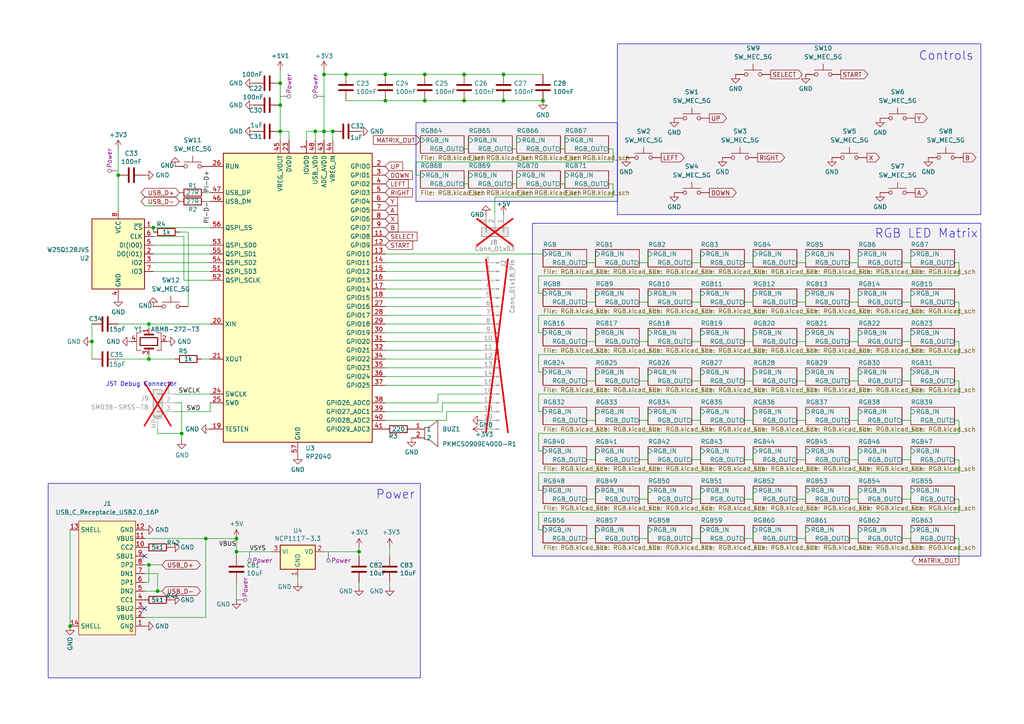
<source format=kicad_sch>
(kicad_sch (version 20250114) (generator "eeschema") (generator_version "9.0")
  (paper "A4")
  (title_block (title "PIX6T4 Color") (date "2025-07-29") (rev "2") (company "Decent Engineering"))
  (rectangle (start 120.65 35.56) (end 179.07 58.42) (fill (type color) (color 56 0 60 0.06)))
  (rectangle (start 154.432 64.77) (end 284.48 161.29) (fill (type color) (color 56 0 60 0.06)))
  (rectangle (start 13.97 140.208) (end 121.92 196.596) (fill (type color) (color 56 0 60 0.06)))
  (rectangle (start 179.07 12.7) (end 284.48 62.23) (fill (type color) (color 56 0 60 0.06)))
  (text "JST Debug Connector" (at 51.308 112.268 0) (effects (font (size 1.27 1.27)) (justify right bottom)))
  (text "Power" (at 108.966 145.034 0) (effects (font (size 2.54 2.54)) (justify left bottom)))
  (text "RGB LED Matrix" (at 283.718 69.342 0) (effects (font (size 2.54 2.54)) (justify right bottom)))
  (text "Controls" (at 282.448 17.78 0) (effects (font (size 2.54 2.54)) (justify right bottom)))
  (junction (at 93.98 38.1))
  (junction (at 123.19 29.21))
  (junction (at 20.32 181.61))
  (junction (at 104.14 160.02))
  (junction (at 52.705 125.73))
  (junction (at 93.98 21.59))
  (junction (at 43.18 163.83))
  (junction (at 68.58 156.21))
  (junction (at 68.58 160.02))
  (junction (at 81.28 24.13))
  (junction (at 59.69 156.21))
  (junction (at 34.29 50.8))
  (junction (at 44.45 66.04))
  (junction (at 81.28 30.48))
  (junction (at 43.18 104.14))
  (junction (at 26.67 99.06))
  (junction (at 146.05 29.21))
  (junction (at 96.52 38.1))
  (junction (at 134.62 21.59))
  (junction (at 100.33 21.59))
  (junction (at 134.62 29.21))
  (junction (at 43.18 93.98))
  (junction (at 45.72 171.45))
  (junction (at 146.05 21.59))
  (junction (at 111.76 29.21))
  (junction (at 81.28 38.1))
  (junction (at 91.44 38.1))
  (junction (at 157.48 29.21))
  (junction (at 111.76 21.59))
  (junction (at 123.19 21.59))
  (no_connect (at 41.91 161.29))
  (no_connect (at 41.91 176.53))
  (wire (pts (xy 218.44 144.78) (xy 218.44 142.24)))
  (wire (pts (xy 34.29 50.8) (xy 34.29 60.96)))
  (wire (pts (xy 176.53 53.34) (xy 177.8 53.34)))
  (wire (pts (xy 100.33 21.59) (xy 111.76 21.59)))
  (wire (pts (xy 34.29 43.18) (xy 34.29 50.8)))
  (wire (pts (xy 278.13 148.59) (xy 156.21 148.59)))
  (wire (pts (xy 96.52 40.64) (xy 96.52 38.1)))
  (wire (pts (xy 187.96 121.92) (xy 187.96 119.38)))
  (wire (pts (xy 185.42 133.35) (xy 187.96 133.35)))
  (wire (pts (xy 53.34 68.58) (xy 53.34 81.28)))
  (wire (pts (xy 93.98 21.59) (xy 93.98 38.1)))
  (wire (pts (xy 248.92 76.2) (xy 248.92 73.66)))
  (wire (pts (xy 52.07 67.31) (xy 54.61 67.31)))
  (wire (pts (xy 264.16 121.92) (xy 264.16 119.38)))
  (wire (pts (xy 44.45 76.2) (xy 60.96 76.2)))
  (wire (pts (xy 134.62 21.59) (xy 146.05 21.59)))
  (wire (pts (xy 111.76 109.22) (xy 139.7 109.22)))
  (wire (pts (xy 120.65 50.8) (xy 121.92 50.8)))
  (wire (pts (xy 26.67 99.06) (xy 26.67 104.14)))
  (wire (pts (xy 149.86 43.18) (xy 149.86 40.64)))
  (wire (pts (xy 264.16 133.35) (xy 264.16 130.81)))
  (wire (pts (xy 44.45 66.04) (xy 44.45 67.31)))
  (wire (pts (xy 233.68 144.78) (xy 233.68 142.24)))
  (wire (pts (xy 156.21 85.09) (xy 157.48 85.09)))
  (wire (pts (xy 41.91 168.91) (xy 43.18 168.91)))
  (wire (pts (xy 83.82 38.1) (xy 83.82 40.64)))
  (wire (pts (xy 34.29 93.98) (xy 43.18 93.98)))
  (wire (pts (xy 156.21 137.16) (xy 156.21 142.24)))
  (wire (pts (xy 162.56 53.34) (xy 163.83 53.34)))
  (wire (pts (xy 261.62 121.92) (xy 264.16 121.92)))
  (wire (pts (xy 163.83 43.18) (xy 163.83 40.64)))
  (wire (pts (xy 68.58 156.21) (xy 68.58 160.02)))
  (wire (pts (xy 43.18 93.98) (xy 43.18 95.25)))
  (wire (pts (xy 218.44 76.2) (xy 218.44 73.66)))
  (wire (pts (xy 200.66 76.2) (xy 203.2 76.2)))
  (wire (pts (xy 215.9 133.35) (xy 218.44 133.35)))
  (wire (pts (xy 111.76 96.52) (xy 139.7 96.52)))
  (wire (pts (xy 177.8 57.15) (xy 143.51 57.15)))
  (wire (pts (xy 215.9 144.78) (xy 218.44 144.78)))
  (wire (pts (xy 200.66 121.92) (xy 203.2 121.92)))
  (wire (pts (xy 261.62 133.35) (xy 264.16 133.35)))
  (wire (pts (xy 187.96 99.06) (xy 187.96 96.52)))
  (wire (pts (xy 91.44 38.1) (xy 91.44 40.64)))
  (wire (pts (xy 111.76 21.59) (xy 123.19 21.59)))
  (wire (pts (xy 231.14 87.63) (xy 233.68 87.63)))
  (wire (pts (xy 68.58 161.29) (xy 68.58 160.02)))
  (wire (pts (xy 111.76 78.74) (xy 139.7 78.74)))
  (wire (pts (xy 44.45 66.04) (xy 60.96 66.04)))
  (wire (pts (xy 44.45 68.58) (xy 53.34 68.58)))
  (wire (pts (xy 233.68 87.63) (xy 233.68 85.09)))
  (wire (pts (xy 187.96 110.49) (xy 187.96 107.95)))
  (wire (pts (xy 100.33 29.21) (xy 111.76 29.21)))
  (wire (pts (xy 128.27 116.84) (xy 139.7 116.84)))
  (wire (pts (xy 156.21 102.87) (xy 278.13 102.87)))
  (wire (pts (xy 248.92 133.35) (xy 248.92 130.81)))
  (wire (pts (xy 261.62 144.78) (xy 264.16 144.78)))
  (wire (pts (xy 81.28 30.48) (xy 81.28 38.1)))
  (wire (pts (xy 111.76 93.98) (xy 139.7 93.98)))
  (wire (pts (xy 111.76 86.36) (xy 139.7 86.36)))
  (wire (pts (xy 54.61 67.31) (xy 54.61 88.9)))
  (wire (pts (xy 149.86 53.34) (xy 149.86 50.8)))
  (wire (pts (xy 276.86 76.2) (xy 278.13 76.2)))
  (wire (pts (xy 278.13 91.44) (xy 156.21 91.44)))
  (wire (pts (xy 123.19 21.59) (xy 134.62 21.59)))
  (wire (pts (xy 156.21 96.52) (xy 157.48 96.52)))
  (wire (pts (xy 177.8 53.34) (xy 177.8 57.15)))
  (wire (pts (xy 123.19 29.21) (xy 134.62 29.21)))
  (wire (pts (xy 143.51 57.15) (xy 143.51 62.23)))
  (wire (pts (xy 52.705 125.73) (xy 52.705 127.635)))
  (wire (pts (xy 111.76 88.9) (xy 139.7 88.9)))
  (wire (pts (xy 261.62 76.2) (xy 264.16 76.2)))
  (wire (pts (xy 68.58 168.91) (xy 68.58 173.99)))
  (wire (pts (xy 215.9 156.21) (xy 218.44 156.21)))
  (wire (pts (xy 111.76 121.92) (xy 129.54 121.92)))
  (wire (pts (xy 43.18 163.83) (xy 46.99 163.83)))
  (wire (pts (xy 134.62 43.18) (xy 135.89 43.18)))
  (wire (pts (xy 233.68 156.21) (xy 233.68 153.67)))
  (wire (pts (xy 34.29 104.14) (xy 43.18 104.14)))
  (wire (pts (xy 278.13 144.78) (xy 278.13 148.59)))
  (wire (pts (xy 134.62 29.21) (xy 146.05 29.21)))
  (wire (pts (xy 276.86 156.21) (xy 278.13 156.21)))
  (wire (pts (xy 278.13 121.92) (xy 278.13 125.73)))
  (wire (pts (xy 52.705 116.84) (xy 52.705 125.73)))
  (wire (pts (xy 113.03 168.91) (xy 113.03 170.18)))
  (wire (pts (xy 111.76 73.66) (xy 157.48 73.66)))
  (wire (pts (xy 218.44 133.35) (xy 218.44 130.81)))
  (wire (pts (xy 81.28 40.64) (xy 81.28 38.1)))
  (wire (pts (xy 172.72 144.78) (xy 172.72 142.24)))
  (wire (pts (xy 170.18 144.78) (xy 172.72 144.78)))
  (wire (pts (xy 104.14 168.91) (xy 104.14 170.18)))
  (wire (pts (xy 104.14 161.29) (xy 104.14 160.02)))
  (wire (pts (xy 177.8 46.99) (xy 120.65 46.99)))
  (wire (pts (xy 127 114.3) (xy 139.7 114.3)))
  (wire (pts (xy 111.76 99.06) (xy 139.7 99.06)))
  (wire (pts (xy 248.92 99.06) (xy 248.92 96.52)))
  (wire (pts (xy 128.27 119.38) (xy 128.27 116.84)))
  (wire (pts (xy 203.2 76.2) (xy 203.2 73.66)))
  (wire (pts (xy 246.38 99.06) (xy 248.92 99.06)))
  (wire (pts (xy 135.89 43.18) (xy 135.89 40.64)))
  (wire (pts (xy 231.14 156.21) (xy 233.68 156.21)))
  (wire (pts (xy 81.28 24.13) (xy 81.28 30.48)))
  (wire (pts (xy 231.14 99.06) (xy 233.68 99.06)))
  (wire (pts (xy 41.91 166.37) (xy 45.72 166.37)))
  (wire (pts (xy 78.74 160.02) (xy 68.58 160.02)))
  (wire (pts (xy 111.76 76.2) (xy 139.7 76.2)))
  (wire (pts (xy 248.92 110.49) (xy 248.92 107.95)))
  (wire (pts (xy 218.44 110.49) (xy 218.44 107.95)))
  (wire (pts (xy 113.03 158.75) (xy 113.03 161.29)))
  (wire (pts (xy 185.42 76.2) (xy 187.96 76.2)))
  (wire (pts (xy 278.13 76.2) (xy 278.13 80.01)))
  (wire (pts (xy 264.16 76.2) (xy 264.16 73.66)))
  (wire (pts (xy 185.42 87.63) (xy 187.96 87.63)))
  (wire (pts (xy 185.42 99.06) (xy 187.96 99.06)))
  (wire (pts (xy 111.76 106.68) (xy 139.7 106.68)))
  (wire (pts (xy 50.8 104.14) (xy 43.18 104.14)))
  (wire (pts (xy 156.21 142.24) (xy 157.48 142.24)))
  (wire (pts (xy 170.18 121.92) (xy 172.72 121.92)))
  (wire (pts (xy 215.9 121.92) (xy 218.44 121.92)))
  (wire (pts (xy 176.53 43.18) (xy 177.8 43.18)))
  (wire (pts (xy 146.05 21.59) (xy 157.48 21.59)))
  (wire (pts (xy 187.96 144.78) (xy 187.96 142.24)))
  (wire (pts (xy 59.69 179.07) (xy 59.69 156.21)))
  (wire (pts (xy 50.8 119.38) (xy 60.96 119.38)))
  (wire (pts (xy 111.76 119.38) (xy 128.27 119.38)))
  (wire (pts (xy 156.21 119.38) (xy 157.48 119.38)))
  (wire (pts (xy 185.42 156.21) (xy 187.96 156.21)))
  (wire (pts (xy 218.44 121.92) (xy 218.44 119.38)))
  (wire (pts (xy 261.62 99.06) (xy 264.16 99.06)))
  (wire (pts (xy 215.9 110.49) (xy 218.44 110.49)))
  (wire (pts (xy 187.96 156.21) (xy 187.96 153.67)))
  (wire (pts (xy 156.21 114.3) (xy 278.13 114.3)))
  (wire (pts (xy 218.44 99.06) (xy 218.44 96.52)))
  (wire (pts (xy 81.28 38.1) (xy 83.82 38.1)))
  (wire (pts (xy 156.21 80.01) (xy 156.21 85.09)))
  (wire (pts (xy 218.44 87.63) (xy 218.44 85.09)))
  (wire (pts (xy 231.14 110.49) (xy 233.68 110.49)))
  (wire (pts (xy 111.76 81.28) (xy 139.7 81.28)))
  (wire (pts (xy 170.18 156.21) (xy 172.72 156.21)))
  (wire (pts (xy 93.98 38.1) (xy 93.98 40.64)))
  (wire (pts (xy 276.86 133.35) (xy 278.13 133.35)))
  (wire (pts (xy 200.66 110.49) (xy 203.2 110.49)))
  (wire (pts (xy 264.16 156.21) (xy 264.16 153.67)))
  (wire (pts (xy 203.2 133.35) (xy 203.2 130.81)))
  (wire (pts (xy 264.16 144.78) (xy 264.16 142.24)))
  (wire (pts (xy 203.2 121.92) (xy 203.2 119.38)))
  (wire (pts (xy 170.18 87.63) (xy 172.72 87.63)))
  (wire (pts (xy 278.13 99.06) (xy 278.13 102.87)))
  (wire (pts (xy 177.8 43.18) (xy 177.8 46.99)))
  (wire (pts (xy 233.68 121.92) (xy 233.68 119.38)))
  (wire (pts (xy 261.62 87.63) (xy 264.16 87.63)))
  (wire (pts (xy 93.98 160.02) (xy 104.14 160.02)))
  (wire (pts (xy 156.21 102.87) (xy 156.21 107.95)))
  (wire (pts (xy 26.67 93.98) (xy 26.67 99.06)))
  (wire (pts (xy 248.92 121.92) (xy 248.92 119.38)))
  (wire (pts (xy 129.54 119.38) (xy 139.7 119.38)))
  (wire (pts (xy 231.14 144.78) (xy 233.68 144.78)))
  (wire (pts (xy 246.38 144.78) (xy 248.92 144.78)))
  (wire (pts (xy 59.69 55.88) (xy 60.96 55.88)))
  (wire (pts (xy 163.83 53.34) (xy 163.83 50.8)))
  (wire (pts (xy 278.13 87.63) (xy 278.13 91.44)))
  (wire (pts (xy 41.91 171.45) (xy 45.72 171.45)))
  (wire (pts (xy 45.72 171.45) (xy 46.99 171.45)))
  (wire (pts (xy 278.13 156.21) (xy 278.13 162.56)))
  (wire (pts (xy 20.32 153.67) (xy 20.32 181.61)))
  (wire (pts (xy 156.21 107.95) (xy 157.48 107.95)))
  (wire (pts (xy 233.68 133.35) (xy 233.68 130.81)))
  (wire (pts (xy 187.96 133.35) (xy 187.96 130.81)))
  (wire (pts (xy 44.45 73.66) (xy 60.96 73.66)))
  (wire (pts (xy 134.62 53.34) (xy 135.89 53.34)))
  (wire (pts (xy 187.96 76.2) (xy 187.96 73.66)))
  (wire (pts (xy 156.21 130.81) (xy 157.48 130.81)))
  (wire (pts (xy 162.56 43.18) (xy 163.83 43.18)))
  (wire (pts (xy 60.96 93.98) (xy 43.18 93.98)))
  (wire (pts (xy 170.18 76.2) (xy 172.72 76.2)))
  (wire (pts (xy 96.52 38.1) (xy 93.98 38.1)))
  (wire (pts (xy 88.9 38.1) (xy 88.9 40.64)))
  (wire (pts (xy 41.91 179.07) (xy 59.69 179.07)))
  (wire (pts (xy 170.18 110.49) (xy 172.72 110.49)))
  (wire (pts (xy 93.98 38.1) (xy 91.44 38.1)))
  (wire (pts (xy 156.21 114.3) (xy 156.21 119.38)))
  (wire (pts (xy 86.36 167.64) (xy 86.36 168.91)))
  (wire (pts (xy 200.66 156.21) (xy 203.2 156.21)))
  (wire (pts (xy 43.18 168.91) (xy 43.18 163.83)))
  (wire (pts (xy 200.66 144.78) (xy 203.2 144.78)))
  (wire (pts (xy 172.72 99.06) (xy 172.72 96.52)))
  (wire (pts (xy 246.38 110.49) (xy 248.92 110.49)))
  (wire (pts (xy 41.91 59.69) (xy 44.45 59.69)))
  (wire (pts (xy 233.68 99.06) (xy 233.68 96.52)))
  (wire (pts (xy 200.66 87.63) (xy 203.2 87.63)))
  (wire (pts (xy 58.42 104.14) (xy 60.96 104.14)))
  (wire (pts (xy 261.62 110.49) (xy 264.16 110.49)))
  (wire (pts (xy 148.59 53.34) (xy 149.86 53.34)))
  (wire (pts (xy 187.96 87.63) (xy 187.96 85.09)))
  (wire (pts (xy 170.18 133.35) (xy 172.72 133.35)))
  (wire (pts (xy 215.9 99.06) (xy 218.44 99.06)))
  (wire (pts (xy 111.76 101.6) (xy 139.7 101.6)))
  (wire (pts (xy 156.21 91.44) (xy 156.21 96.52)))
  (wire (pts (xy 44.45 78.74) (xy 60.96 78.74)))
  (wire (pts (xy 172.72 133.35) (xy 172.72 130.81)))
  (wire (pts (xy 248.92 144.78) (xy 248.92 142.24)))
  (wire (pts (xy 111.76 116.84) (xy 127 116.84)))
  (wire (pts (xy 203.2 156.21) (xy 203.2 153.67)))
  (wire (pts (xy 172.72 110.49) (xy 172.72 107.95)))
  (wire (pts (xy 50.8 116.84) (xy 52.705 116.84)))
  (wire (pts (xy 170.18 99.06) (xy 172.72 99.06)))
  (wire (pts (xy 104.14 160.02) (xy 104.14 158.75)))
  (wire (pts (xy 172.72 121.92) (xy 172.72 119.38)))
  (wire (pts (xy 59.69 58.42) (xy 60.96 58.42)))
  (wire (pts (xy 172.72 87.63) (xy 172.72 85.09)))
  (wire (pts (xy 93.98 21.59) (xy 100.33 21.59)))
  (wire (pts (xy 264.16 110.49) (xy 264.16 107.95)))
  (wire (pts (xy 264.16 87.63) (xy 264.16 85.09)))
  (wire (pts (xy 185.42 144.78) (xy 187.96 144.78)))
  (wire (pts (xy 41.91 163.83) (xy 43.18 163.83)))
  (wire (pts (xy 200.66 99.06) (xy 203.2 99.06)))
  (wire (pts (xy 203.2 110.49) (xy 203.2 107.95)))
  (wire (pts (xy 276.86 87.63) (xy 278.13 87.63)))
  (wire (pts (xy 148.59 43.18) (xy 149.86 43.18)))
  (wire (pts (xy 59.69 156.21) (xy 68.58 156.21)))
  (wire (pts (xy 246.38 133.35) (xy 248.92 133.35)))
  (wire (pts (xy 185.42 121.92) (xy 187.96 121.92)))
  (wire (pts (xy 146.05 29.21) (xy 157.48 29.21)))
  (wire (pts (xy 276.86 144.78) (xy 278.13 144.78)))
  (wire (pts (xy 278.13 133.35) (xy 278.13 137.16)))
  (wire (pts (xy 248.92 156.21) (xy 248.92 153.67)))
  (wire (pts (xy 172.72 76.2) (xy 172.72 73.66)))
  (wire (pts (xy 278.13 110.49) (xy 278.13 114.3)))
  (wire (pts (xy 41.91 156.21) (xy 59.69 156.21)))
  (wire (pts (xy 156.21 125.73) (xy 156.21 130.81)))
  (wire (pts (xy 52.705 125.73) (xy 45.72 125.73)))
  (wire (pts (xy 246.38 121.92) (xy 248.92 121.92)))
  (wire (pts (xy 50.8 114.3) (xy 60.96 114.3)))
  (wire (pts (xy 91.44 38.1) (xy 88.9 38.1)))
  (wire (pts (xy 172.72 156.21) (xy 172.72 153.67)))
  (wire (pts (xy 44.45 71.12) (xy 60.96 71.12)))
  (wire (pts (xy 276.86 110.49) (xy 278.13 110.49)))
  (wire (pts (xy 233.68 76.2) (xy 233.68 73.66)))
  (wire (pts (xy 43.18 104.14) (xy 43.18 102.87)))
  (wire (pts (xy 264.16 99.06) (xy 264.16 96.52)))
  (wire (pts (xy 135.89 53.34) (xy 135.89 50.8)))
  (wire (pts (xy 111.76 104.14) (xy 139.7 104.14)))
  (wire (pts (xy 93.98 20.32) (xy 93.98 21.59)))
  (wire (pts (xy 231.14 121.92) (xy 233.68 121.92)))
  (wire (pts (xy 111.76 83.82) (xy 139.7 83.82)))
  (wire (pts (xy 203.2 87.63) (xy 203.2 85.09)))
  (wire (pts (xy 111.76 29.21) (xy 123.19 29.21)))
  (wire (pts (xy 278.13 137.16) (xy 156.21 137.16)))
  (wire (pts (xy 111.76 111.76) (xy 139.7 111.76)))
  (wire (pts (xy 203.2 144.78) (xy 203.2 142.24)))
  (wire (pts (xy 231.14 133.35) (xy 233.68 133.35)))
  (wire (pts (xy 278.13 80.01) (xy 156.21 80.01)))
  (wire (pts (xy 120.65 46.99) (xy 120.65 50.8)))
  (wire (pts (xy 45.72 124.46) (xy 45.72 125.73)))
  (wire (pts (xy 246.38 156.21) (xy 248.92 156.21)))
  (wire (pts (xy 127 116.84) (xy 127 114.3)))
  (wire (pts (xy 218.44 156.21) (xy 218.44 153.67)))
  (wire (pts (xy 215.9 76.2) (xy 218.44 76.2)))
  (wire (pts (xy 278.13 125.73) (xy 156.21 125.73)))
  (wire (pts (xy 276.86 99.06) (xy 278.13 99.06)))
  (wire (pts (xy 246.38 76.2) (xy 248.92 76.2)))
  (wire (pts (xy 276.86 121.92) (xy 278.13 121.92)))
  (wire (pts (xy 246.38 87.63) (xy 248.92 87.63)))
  (wire (pts (xy 200.66 133.35) (xy 203.2 133.35)))
  (wire (pts (xy 203.2 99.06) (xy 203.2 96.52)))
  (wire (pts (xy 45.72 166.37) (xy 45.72 171.45)))
  (wire (pts (xy 81.28 20.32) (xy 81.28 24.13)))
  (wire (pts (xy 53.34 81.28) (xy 60.96 81.28)))
  (wire (pts (xy 111.76 91.44) (xy 139.7 91.44)))
  (wire (pts (xy 185.42 110.49) (xy 187.96 110.49)))
  (wire (pts (xy 231.14 76.2) (xy 233.68 76.2)))
  (wire (pts (xy 248.92 87.63) (xy 248.92 85.09)))
  (wire (pts (xy 129.54 121.92) (xy 129.54 119.38)))
  (wire (pts (xy 261.62 156.21) (xy 264.16 156.21)))
  (wire (pts (xy 156.21 153.67) (xy 157.48 153.67)))
  (wire (pts (xy 60.96 119.38) (xy 60.96 116.84)))
  (wire (pts (xy 233.68 110.49) (xy 233.68 107.95)))
  (wire (pts (xy 215.9 87.63) (xy 218.44 87.63)))
  (wire (pts (xy 156.21 148.59) (xy 156.21 153.67)))
  (label "SWCLK" (at 58.166 114.3 180))
  (label "PI-D+" (at 60.96 55.88 90))
  (label "PI-D-" (at 60.96 58.42 270))
  (label "SWD" (at 58.166 119.38 180))
  (label "VBUS" (at 68.58 158.75 180))
  (label "VSYS" (at 72.39 160.02 0))
  (global_label "B" (shape input) (at 111.76 66.04 0) (property "Intersheetrefs" "${INTERSHEET_REFS}" (effects (hide yes))))
  (global_label "USB_D+" (shape bidirectional) (at 46.99 163.83 0) (property "Intersheetrefs" "${INTERSHEET_REFS}" (effects (hide yes))))
  (global_label "DOWN" (shape input) (at 111.76 50.8 0) (property "Intersheetrefs" "${INTERSHEET_REFS}" (effects (hide yes))))
  (global_label "START" (shape output) (at 243.84 21.59 0) (property "Intersheetrefs" "${INTERSHEET_REFS}" (effects (hide yes))))
  (global_label "RIGHT" (shape input) (at 111.76 55.88 0) (property "Intersheetrefs" "${INTERSHEET_REFS}" (effects (hide yes))))
  (global_label "LEFT" (shape output) (at 191.77 45.72 0) (property "Intersheetrefs" "${INTERSHEET_REFS}" (effects (hide yes))))
  (global_label "SELECT" (shape input) (at 111.76 68.58 0) (property "Intersheetrefs" "${INTERSHEET_REFS}" (effects (hide yes))))
  (global_label "UP" (shape input) (at 111.76 48.26 0) (property "Intersheetrefs" "${INTERSHEET_REFS}" (effects (hide yes))))
  (global_label "USB_D+" (shape bidirectional) (at 52.07 55.88 180) (property "Intersheetrefs" "${INTERSHEET_REFS}" (effects (hide yes))))
  (global_label "Y" (shape input) (at 111.76 58.42 0) (property "Intersheetrefs" "${INTERSHEET_REFS}" (effects (hide yes))))
  (global_label "DOWN" (shape output) (at 205.74 55.88 0) (property "Intersheetrefs" "${INTERSHEET_REFS}" (effects (hide yes))))
  (global_label "START" (shape input) (at 111.76 71.12 0) (property "Intersheetrefs" "${INTERSHEET_REFS}" (effects (hide yes))))
  (global_label "X" (shape input) (at 111.76 63.5 0) (property "Intersheetrefs" "${INTERSHEET_REFS}" (effects (hide yes))))
  (global_label "UP" (shape output) (at 205.74 34.29 0) (property "Intersheetrefs" "${INTERSHEET_REFS}" (effects (hide yes))))
  (global_label "MATRIX_OUT" (shape output) (at 278.13 162.56 180) (property "Intersheetrefs" "${INTERSHEET_REFS}" (effects (hide yes))))
  (global_label "USB_D-" (shape bidirectional) (at 46.99 171.45 0) (property "Intersheetrefs" "${INTERSHEET_REFS}" (effects (hide yes))))
  (global_label "RIGHT" (shape output) (at 219.71 45.72 0) (property "Intersheetrefs" "${INTERSHEET_REFS}" (effects (hide yes))))
  (global_label "A" (shape input) (at 111.76 60.96 0) (property "Intersheetrefs" "${INTERSHEET_REFS}" (effects (hide yes))))
  (global_label "SELECT" (shape output) (at 223.52 21.59 0) (property "Intersheetrefs" "${INTERSHEET_REFS}" (effects (hide yes))))
  (global_label "B" (shape output) (at 279.4 45.72 0) (property "Intersheetrefs" "${INTERSHEET_REFS}" (effects (hide yes))))
  (global_label "X" (shape output) (at 251.46 45.72 0) (property "Intersheetrefs" "${INTERSHEET_REFS}" (effects (hide yes))))
  (global_label "A" (shape output) (at 265.43 55.88 0) (property "Intersheetrefs" "${INTERSHEET_REFS}" (effects (hide yes))))
  (global_label "Y" (shape output) (at 265.43 34.29 0) (property "Intersheetrefs" "${INTERSHEET_REFS}" (effects (hide yes))))
  (global_label "MATRIX_OUT" (shape input) (at 121.92 40.64 180) (property "Intersheetrefs" "${INTERSHEET_REFS}" (effects (hide yes))))
  (global_label "USB_D-" (shape bidirectional) (at 52.07 58.42 180) (property "Intersheetrefs" "${INTERSHEET_REFS}" (effects (hide yes))))
  (global_label "LEFT" (shape input) (at 111.76 53.34 0) (property "Intersheetrefs" "${INTERSHEET_REFS}" (effects (hide yes))))
  (netclass_flag "" (length 2.54) (shape round) (at 72.39 160.02 180) (property "Netclass" "Power" (at 73.0885 162.56 0) (effects (font (italic yes)) (justify left))))
  (netclass_flag "" (length 2.54) (shape round) (at 95.25 160.02 180) (property "Netclass" "Power" (at 95.9485 162.56 0) (effects (font (italic yes)) (justify left))))
  (netclass_flag "" (length 2.54) (shape round) (at 81.28 27.94 270) (property "Netclass" "Power" (at 83.82 27.2415 90) (effects (font (italic yes)) (justify left))))
  (netclass_flag "" (length 2.54) (shape round) (at 34.29 49.53 90) (property "Netclass" "Power" (at 31.75 48.8315 90) (effects (font (italic yes)) (justify left))))
  (netclass_flag "" (length 2.54) (shape round) (at 68.58 173.99 270) (property "Netclass" "Power" (at 71.12 173.2915 90) (effects (font (italic yes)) (justify left))))
  (netclass_flag "" (length 2.54) (shape round) (at 93.98 27.94 90) (property "Netclass" "Power" (at 91.44 27.2415 90) (effects (font (italic yes)) (justify left))))
  (symbol (lib_id "power:GND") (at 26.67 99.06 270) (unit 1)
    (property "Reference" "#PWR031" (effects (hide yes)))
    (property "Value" "GND" (at 23.495 99.06 90) (effects (justify right)))
    (property "Description" "Power symbol creates a global label with name \"GND\" , ground" (effects (hide yes)))
  )
  (symbol (lib_id "power:GND") (at 34.29 86.36 0) (unit 1)
    (property "Reference" "#PWR030" (effects (hide yes)))
    (property "Value" "GND" (at 34.29 90.4931 0))
    (property "Description" "Power symbol creates a global label with name \"GND\" , ground" (effects (hide yes)))
  )
  (symbol (lib_id "Connector_Generic_MountingPin:Conn_01x03_MountingPin") (at 45.72 116.84 0) (mirror y) (unit 1) (dnp yes)
    (property "Reference" "J9" (at 43.18 115.57 0) (effects (justify left)))
    (property "Value" "SM03B-SRSS-TB" (at 43.18 118.11 0) (effects (justify left)))
    (property "Footprint" "Connector_JST:JST_SH_SM03B-SRSS-TB_1x03-1MP_P1.00mm_Horizontal" (effects (hide yes)))
    (property "JLCPCB Part #" "C160389" (effects (hide yes)))
  )
  (symbol (lib_id "power:+1V1") (at 81.28 20.32 0) (unit 1)
    (property "Reference" "#PWR018" (effects (hide yes)))
    (property "Value" "+1V1" (at 81.28 16.1869 0))
    (property "Description" "Power symbol creates a global label with name \"+1V1\"" (effects (hide yes)))
  )
  (symbol (lib_id "power:+3V3") (at 113.03 158.75 0) (unit 1)
    (property "Reference" "#PWR0157" (effects (hide yes)))
    (property "Value" "+3V3" (at 113.411 154.3558 0))
  )
  (symbol (lib_id "power:GND") (at 50.8 48.26 180) (unit 1)
    (property "Reference" "#PWR0169" (effects (hide yes)))
    (property "Value" "GND" (at 48.514 48.006 0))
    (property "Description" "Power symbol creates a global label with name \"GND\" , ground" (effects (hide yes)))
  )
  (symbol (lib_id "Device:R") (at 54.61 104.14 90) (unit 1)
    (property "Reference" "R5" (at 53.086 101.854 90))
    (property "Value" "1k" (at 54.61 104.14 90))
    (property "Footprint" "Resistor_SMD:R_0402_1005Metric" (effects (hide yes)))
    (property "Description" "Resistor" (effects (hide yes)))
    (property "JLCPCB Part #" "C11702" (effects (hide yes)))
  )
  (symbol (lib_id "Connector_Generic:Conn_01x03") (at 143.51 67.31 270) (unit 1) (dnp yes)
    (property "Reference" "J8" (at 143.1544 70.3001 90))
    (property "Value" "Conn_01x03" (at 143.51 72.136 90))
    (property "Footprint" "Connector_JST:JST_SH_BM03B-SRSS-TB_1x03-1MP_P1.00mm_Vertical" (effects (hide yes)))
    (property "Description" "Generic connector, single row, 01x03, script generated (kicad-library-utils/schlib/autogen/connector/)" (effects (hide yes)))
    (property "JLCPCB Part #" "C160389" (effects (hide yes)))
    (property "JLCPCB Rotation Offset" "180" (effects (hide yes)))
  )
  (symbol (lib_id "Device:C") (at 104.14 165.1 0) (unit 1)
    (property "Reference" "C82" (at 107.061 163.9316 0) (effects (justify left)))
    (property "Value" "10uF" (at 107.061 166.243 0) (effects (justify left)))
    (property "Footprint" "Capacitor_SMD:C_0402_1005Metric" (effects (hide yes)))
    (property "JLCPCB Part #" "C15525" (effects (hide yes)))
    (property "Basic" "Basic" (effects (hide yes)))
  )
  (symbol (lib_id "power:GND") (at 73.66 30.48 270) (unit 1)
    (property "Reference" "#PWR025" (effects (hide yes)))
    (property "Value" "GND" (at 70.485 30.48 90) (effects (justify right)))
    (property "Description" "Power symbol creates a global label with name \"GND\" , ground" (effects (hide yes)))
  )
  (symbol (lib_id "Switch:SW_MEC_5G") (at 246.38 45.72 0) (unit 1)
    (property "Reference" "SW5" (at 246.38 38.1 0))
    (property "Value" "SW_MEC_5G" (at 246.38 40.64 0))
    (property "Footprint" "easyeda2kicad:SW-SMD_4P-L5.1-W5.1-P3.70-LS6.5-TL_H1.5" (effects (hide yes)))
    (property "Datasheet" "http://www.apem.com/int/index.php?controller=attachment&id_attachment=488" (effects (hide yes)))
    (property "Description" "MEC 5G single pole normally-open tactile switch" (effects (hide yes)))
    (property "JLCPCB Part #" "C318884" (effects (hide yes)))
  )
  (symbol (lib_id "power:GND") (at 73.66 24.13 270) (unit 1)
    (property "Reference" "#PWR020" (effects (hide yes)))
    (property "Value" "GND" (at 70.485 24.13 90) (effects (justify right)))
    (property "Description" "Power symbol creates a global label with name \"GND\" , ground" (effects (hide yes)))
  )
  (symbol (lib_id "power:GND") (at 104.14 38.1 90) (unit 1)
    (property "Reference" "#PWR027" (effects (hide yes)))
    (property "Value" "GND" (at 107.315 38.1 90) (effects (justify right)))
    (property "Description" "Power symbol creates a global label with name \"GND\" , ground" (effects (hide yes)))
  )
  (symbol (lib_id "Device:C") (at 100.33 25.4 0) (unit 1)
    (property "Reference" "C23" (at 103.251 24.1878 0) (effects (justify left)))
    (property "Value" "100nF" (at 103.251 26.6121 0) (effects (justify left)))
    (property "Footprint" "Capacitor_SMD:C_0402_1005Metric" (effects (hide yes)))
    (property "Description" "Unpolarized capacitor" (effects (hide yes)))
    (property "JLCPCB Part #" "C1525" (effects (hide yes)))
  )
  (symbol (lib_id "Connector:Conn_01x20_Pin") (at 144.78 99.06 0) (mirror y) (unit 1) (dnp yes)
    (property "Reference" "J2" (at 146.05 76.454 90))
    (property "Value" "Conn_01x18_Pin" (at 148.59 83.058 90))
    (property "Footprint" "Connector_PinHeader_2.54mm:PinHeader_1x20_P2.54mm_Vertical" (effects (hide yes)))
    (property "Description" "Generic connector, single row, 01x20, script generated" (effects (hide yes)))
  )
  (symbol (lib_id "Switch:SW_MEC_5G") (at 260.35 55.88 0) (unit 1)
    (property "Reference" "SW7" (at 260.35 48.26 0))
    (property "Value" "SW_MEC_5G" (at 260.35 50.8 0))
    (property "Footprint" "easyeda2kicad:SW-SMD_4P-L5.1-W5.1-P3.70-LS6.5-TL_H1.5" (effects (hide yes)))
    (property "Datasheet" "http://www.apem.com/int/index.php?controller=attachment&id_attachment=488" (effects (hide yes)))
    (property "Description" "MEC 5G single pole normally-open tactile switch" (effects (hide yes)))
    (property "JLCPCB Part #" "C318884" (effects (hide yes)))
  )
  (symbol (lib_id "Switch:SW_MEC_5G") (at 200.66 55.88 0) (unit 1)
    (property "Reference" "SW4" (at 200.66 48.26 0))
    (property "Value" "SW_MEC_5G" (at 200.66 50.8 0))
    (property "Footprint" "easyeda2kicad:SW-SMD_4P-L5.1-W5.1-P3.70-LS6.5-TL_H1.5" (effects (hide yes)))
    (property "Datasheet" "http://www.apem.com/int/index.php?controller=attachment&id_attachment=488" (effects (hide yes)))
    (property "Description" "MEC 5G single pole normally-open tactile switch" (effects (hide yes)))
    (property "JLCPCB Part #" "C318884" (effects (hide yes)))
  )
  (symbol (lib_id "Device:C") (at 123.19 25.4 0) (unit 1)
    (property "Reference" "C25" (at 126.111 24.1878 0) (effects (justify left)))
    (property "Value" "100nF" (at 126.111 26.6121 0) (effects (justify left)))
    (property "Footprint" "Capacitor_SMD:C_0402_1005Metric" (effects (hide yes)))
    (property "Description" "Unpolarized capacitor" (effects (hide yes)))
    (property "JLCPCB Part #" "C1525" (effects (hide yes)))
  )
  (symbol (lib_id "power:+3.3V") (at 139.7 124.46 90) (unit 1)
    (property "Reference" "#PWR0172" (effects (hide yes)))
    (property "Value" "+3V3" (at 140.462 125.984 90))
    (property "Description" "Power symbol creates a global label with name \"+3.3V\"" (effects (hide yes)))
  )
  (symbol (lib_id "power:GND") (at 38.1 99.06 270) (unit 1)
    (property "Reference" "#PWR032" (effects (hide yes)))
    (property "Value" "GND" (at 34.925 99.06 90) (effects (justify right)))
    (property "Description" "Power symbol creates a global label with name \"GND\" , ground" (effects (hide yes)))
  )
  (symbol (lib_id "Device:C") (at 146.05 25.4 0) (unit 1)
    (property "Reference" "C27" (at 148.971 24.1878 0) (effects (justify left)))
    (property "Value" "100nF" (at 148.971 26.6121 0) (effects (justify left)))
    (property "Footprint" "Capacitor_SMD:C_0402_1005Metric" (effects (hide yes)))
    (property "Description" "Unpolarized capacitor" (effects (hide yes)))
    (property "JLCPCB Part #" "C1525" (effects (hide yes)))
  )
  (symbol (lib_id "Device:R") (at 115.57 124.46 90) (unit 1)
    (property "Reference" "R3" (at 114.046 126.492 90))
    (property "Value" "220" (at 115.57 124.46 90))
    (property "Footprint" "Resistor_SMD:R_0402_1005Metric" (effects (hide yes)))
    (property "Description" "Resistor" (effects (hide yes)))
    (property "JLCPCB Part #" "C25091" (effects (hide yes)))
  )
  (symbol (lib_id "Memory_Flash:W25Q128JVS") (at 34.29 73.66 0) (mirror y) (unit 1)
    (property "Reference" "U2" (at 25.9081 74.8722 0) (effects (justify left)))
    (property "Value" "W25Q128JVS" (at 25.9081 72.4479 0) (effects (justify left)))
    (property "Footprint" "easyeda2kicad:SOIC-8_L5.3-W5.3-P1.27-LS8.0-BL" (effects (hide yes)))
    (property "Datasheet" "http://www.winbond.com/resource-files/w25q128jv_dtr%20revc%2003272018%20plus.pdf" (effects (hide yes)))
    (property "Description" "128Mb Serial Flash Memory, Standard/Dual/Quad SPI, SOIC-8" (effects (hide yes)))
    (property "JLCPCB Part #" "C97521" (effects (hide yes)))
    (property "JLCPCB Rotation Offset" "270" (effects (hide yes)))
  )
  (symbol (lib_id "Device:C") (at 111.76 25.4 0) (unit 1)
    (property "Reference" "C24" (at 114.681 24.1878 0) (effects (justify left)))
    (property "Value" "100nF" (at 114.681 26.6121 0) (effects (justify left)))
    (property "Footprint" "Capacitor_SMD:C_0402_1005Metric" (effects (hide yes)))
    (property "Description" "Unpolarized capacitor" (effects (hide yes)))
    (property "JLCPCB Part #" "C1525" (effects (hide yes)))
  )
  (symbol (lib_id "easyeda2kicad:PKMCS0909E4000-R1") (at 121.92 127 0) (unit 1)
    (property "Reference" "BUZ1" (at 128.27 124.4599 0) (effects (justify left)))
    (property "Value" "PKMCS0909E4000-R1" (at 128.27 128.778 0) (effects (justify left)))
    (property "Footprint" "easyeda2kicad:BUZ-SMD_L9.0-W9.0_PKMCS0909E4000-R1" (effects (hide yes)))
    (property "JLCPCB Part #" "C910763" (effects (hide yes)))
  )
  (symbol (lib_id "Device:C") (at 77.47 24.13 270) (unit 1)
    (property "Reference" "C22" (at 74.168 25.654 90))
    (property "Value" "100nF" (at 73.152 21.59 90))
    (property "Footprint" "Capacitor_SMD:C_0402_1005Metric" (effects (hide yes)))
    (property "Description" "Unpolarized capacitor" (effects (hide yes)))
    (property "JLCPCB Part #" "C1525" (effects (hide yes)))
  )
  (symbol (lib_id "Device:R") (at 55.88 55.88 90) (unit 1)
    (property "Reference" "R1" (at 55.88 53.848 90))
    (property "Value" "27R" (at 55.88 55.88 90))
    (property "Footprint" "Resistor_SMD:R_0805_2012Metric" (effects (hide yes)))
    (property "Description" "Resistor" (effects (hide yes)))
    (property "JLCPCB Part #" "C17561" (effects (hide yes)))
  )
  (symbol (lib_id "Switch:SW_MEC_5G") (at 238.76 21.59 0) (unit 1)
    (property "Reference" "SW10" (at 238.76 13.97 0))
    (property "Value" "SW_MEC_5G" (at 238.76 16.51 0))
    (property "Footprint" "easyeda2kicad:SW-SMD_4P-L5.1-W5.1-P3.70-LS6.5-TL_H1.5" (effects (hide yes)))
    (property "Datasheet" "http://www.apem.com/int/index.php?controller=attachment&id_attachment=488" (effects (hide yes)))
    (property "Description" "MEC 5G single pole normally-open tactile switch" (effects (hide yes)))
    (property "JLCPCB Part #" "C318884" (effects (hide yes)))
  )
  (symbol (lib_id "Device:C") (at 38.1 50.8 270) (unit 1)
    (property "Reference" "C33" (at 38.1 44.4965 90))
    (property "Value" "100nF" (at 38.1 46.9208 90))
    (property "Footprint" "Capacitor_SMD:C_0402_1005Metric" (effects (hide yes)))
    (property "Description" "Unpolarized capacitor" (effects (hide yes)))
    (property "JLCPCB Part #" "C1525" (effects (hide yes)))
  )
  (symbol (lib_id "Regulator_Linear:NCP1117-3.3_SOT223") (at 86.36 160.02 0) (unit 1)
    (property "Reference" "U4" (at 86.36 153.8732 0))
    (property "Value" "NCP1117-3.3" (at 86.36 156.1846 0))
    (property "Footprint" "Package_TO_SOT_SMD:SOT-223-3_TabPin2" (effects (hide yes)))
    (property "Datasheet" "http://www.onsemi.com/pub_link/Collateral/NCP1117-D.PDF" (effects (hide yes)))
    (property "JLCPCB Part #" "C6186" (effects (hide yes)))
    (property "Basic" "Basic" (effects (hide yes)))
  )
  (symbol (lib_id "Device:C") (at 30.48 93.98 90) (unit 1)
    (property "Reference" "C34" (at 27.686 92.456 90))
    (property "Value" "15pF" (at 34.036 95.504 90))
    (property "Footprint" "Capacitor_SMD:C_0402_1005Metric" (effects (hide yes)))
    (property "Description" "Unpolarized capacitor" (effects (hide yes)))
    (property "JLCPCB Part #" "C1548" (effects (hide yes)))
  )
  (symbol (lib_id "power:GND") (at 52.705 127.635 0) (unit 1)
    (property "Reference" "#PWR0171" (effects (hide yes)))
    (property "Value" "GND" (at 52.832 132.0292 0))
  )
  (symbol (lib_id "power:GND") (at 48.26 99.06 90) (unit 1)
    (property "Reference" "#PWR033" (effects (hide yes)))
    (property "Value" "GND" (at 51.435 99.06 90) (effects (justify right)))
    (property "Description" "Power symbol creates a global label with name \"GND\" , ground" (effects (hide yes)))
  )
  (symbol (lib_id "Device:C") (at 113.03 165.1 0) (unit 1)
    (property "Reference" "C83" (at 115.951 163.9316 0) (effects (justify left)))
    (property "Value" "10uF" (at 115.951 166.243 0) (effects (justify left)))
    (property "Footprint" "Capacitor_SMD:C_0402_1005Metric" (effects (hide yes)))
    (property "JLCPCB Part #" "C15525" (effects (hide yes)))
    (property "Basic" "Basic" (effects (hide yes)))
  )
  (symbol (lib_id "Switch:SW_MEC_5G") (at 218.44 21.59 0) (unit 1)
    (property "Reference" "SW9" (at 218.44 13.97 0))
    (property "Value" "SW_MEC_5G" (at 218.44 16.51 0))
    (property "Footprint" "easyeda2kicad:SW-SMD_4P-L5.1-W5.1-P3.70-LS6.5-TL_H1.5" (effects (hide yes)))
    (property "Datasheet" "http://www.apem.com/int/index.php?controller=attachment&id_attachment=488" (effects (hide yes)))
    (property "Description" "MEC 5G single pole normally-open tactile switch" (effects (hide yes)))
    (property "JLCPCB Part #" "C318884" (effects (hide yes)))
  )
  (symbol (lib_id "power:GND") (at 41.91 181.61 90) (unit 1)
    (property "Reference" "#PWR016" (effects (hide yes)))
    (property "Value" "GND" (at 46.99 181.61 90))
  )
  (symbol (lib_id "Switch:SW_MEC_5G") (at 49.53 88.9 0) (unit 1)
    (property "Reference" "SW12" (at 49.53 81.28 0))
    (property "Value" "SW_MEC_5G" (at 49.53 83.82 0))
    (property "Footprint" "easyeda2kicad:SW-SMD_TS24CA" (effects (hide yes)))
    (property "Datasheet" "http://www.apem.com/int/index.php?controller=attachment&id_attachment=488" (effects (hide yes)))
    (property "Description" "MEC 5G single pole normally-open tactile switch" (effects (hide yes)))
    (property "JLCPCB Part #" "C393942" (effects (hide yes)))
  )
  (symbol (lib_id "power:+3V3") (at 68.58 156.21 0) (unit 1)
    (property "Reference" "#PWR0173" (effects (hide yes)))
    (property "Value" "+5V" (at 68.58 151.892 0))
  )
  (symbol (lib_id "easyeda2kicad:TYPE-C16PIN2MD(073)") (at 30.48 167.64 180) (unit 1)
    (property "Reference" "J1" (at 31.115 146.05 0))
    (property "Value" "USB_C_Receptacle_USB2.0_16P" (at 31.115 148.59 0))
    (property "Footprint" "easyeda2kicad:USB-C-SMD_TYPE-C-6PIN-2MD-073" (effects (hide yes)))
    (property "Datasheet" "https://jlcpcb.com/api/file/downloadByFileSystemAccessId/8588920841703079936" (effects (hide yes)))
    (property "Description" "USB 2.0-only 16P Type-C Receptacle connector" (effects (hide yes)))
    (property "JLCPCB Part #" "C2765186" (effects (hide yes)))
    (property "LCSC Part" "C2765186" (effects (hide yes)))
  )
  (symbol (lib_id "power:GND") (at 60.96 124.46 270) (unit 1)
    (property "Reference" "#PWR034" (effects (hide yes)))
    (property "Value" "GND" (at 57.7851 124.46 90) (effects (justify right)))
    (property "Description" "Power symbol creates a global label with name \"GND\" , ground" (effects (hide yes)))
  )
  (symbol (lib_id "Device:C") (at 77.47 38.1 270) (unit 1)
    (property "Reference" "C31" (at 74.168 39.624 90))
    (property "Value" "1uF" (at 74.422 36.322 90))
    (property "Footprint" "Capacitor_SMD:C_0402_1005Metric" (effects (hide yes)))
    (property "Description" "Unpolarized capacitor" (effects (hide yes)))
    (property "JLCPCB Part #" "C52923" (effects (hide yes)))
  )
  (symbol (lib_id "power:GND") (at 41.91 153.67 90) (unit 1)
    (property "Reference" "#PWR0149" (effects (hide yes)))
    (property "Value" "GND" (at 46.99 153.67 90))
  )
  (symbol (lib_id "power:GND") (at 195.58 34.29 0) (unit 1)
    (property "Reference" "#PWR0152" (effects (hide yes)))
    (property "Value" "GND" (at 195.58 38.4231 0))
    (property "Description" "Power symbol creates a global label with name \"GND\" , ground" (effects (hide yes)))
  )
  (symbol (lib_id "power:GND") (at 195.58 55.88 0) (unit 1)
    (property "Reference" "#PWR0159" (effects (hide yes)))
    (property "Value" "GND" (at 195.58 60.0131 0))
    (property "Description" "Power symbol creates a global label with name \"GND\" , ground" (effects (hide yes)))
  )
  (symbol (lib_id "power:GND") (at 49.53 173.99 90) (unit 1)
    (property "Reference" "#PWR021" (effects (hide yes)))
    (property "Value" "GND" (at 54.356 173.99 90))
  )
  (symbol (lib_id "power:GND") (at 269.24 45.72 0) (unit 1)
    (property "Reference" "#PWR0164" (effects (hide yes)))
    (property "Value" "GND" (at 269.24 49.8531 0))
    (property "Description" "Power symbol creates a global label with name \"GND\" , ground" (effects (hide yes)))
  )
  (symbol (lib_id "Switch:SW_MEC_5G") (at 186.69 45.72 0) (unit 1)
    (property "Reference" "SW2" (at 186.69 38.1 0))
    (property "Value" "SW_MEC_5G" (at 186.69 40.64 0))
    (property "Footprint" "easyeda2kicad:SW-SMD_4P-L5.1-W5.1-P3.70-LS6.5-TL_H1.5" (effects (hide yes)))
    (property "Datasheet" "http://www.apem.com/int/index.php?controller=attachment&id_attachment=488" (effects (hide yes)))
    (property "Description" "MEC 5G single pole normally-open tactile switch" (effects (hide yes)))
    (property "JLCPCB Part #" "C318884" (effects (hide yes)))
  )
  (symbol (lib_id "Device:C") (at 30.48 104.14 90) (unit 1)
    (property "Reference" "C35" (at 33.782 102.87 90))
    (property "Value" "15pF" (at 34.036 105.664 90))
    (property "Footprint" "Capacitor_SMD:C_0402_1005Metric" (effects (hide yes)))
    (property "Description" "Unpolarized capacitor" (effects (hide yes)))
    (property "JLCPCB Part #" "C1548" (effects (hide yes)))
  )
  (symbol (lib_id "Switch:SW_MEC_5G") (at 274.32 45.72 0) (unit 1)
    (property "Reference" "SW8" (at 274.32 38.1 0))
    (property "Value" "SW_MEC_5G" (at 274.32 40.64 0))
    (property "Footprint" "easyeda2kicad:SW-SMD_4P-L5.1-W5.1-P3.70-LS6.5-TL_H1.5" (effects (hide yes)))
    (property "Datasheet" "http://www.apem.com/int/index.php?controller=attachment&id_attachment=488" (effects (hide yes)))
    (property "Description" "MEC 5G single pole normally-open tactile switch" (effects (hide yes)))
    (property "JLCPCB Part #" "C318884" (effects (hide yes)))
  )
  (symbol (lib_id "power:GND") (at 213.36 21.59 0) (unit 1)
    (property "Reference" "#PWR0165" (effects (hide yes)))
    (property "Value" "GND" (at 213.36 25.7231 0))
    (property "Description" "Power symbol creates a global label with name \"GND\" , ground" (effects (hide yes)))
  )
  (symbol (lib_id "power:GND") (at 68.58 173.99 0) (unit 1)
    (property "Reference" "#PWR0153" (effects (hide yes)))
    (property "Value" "GND" (at 64.77 175.26 0))
  )
  (symbol (lib_id "power:+3.3V") (at 34.29 43.18 0) (unit 1)
    (property "Reference" "#PWR028" (effects (hide yes)))
    (property "Value" "+3V3" (at 34.29 39.116 0))
    (property "Description" "Power symbol creates a global label with name \"+3.3V\"" (effects (hide yes)))
  )
  (symbol (lib_id "Device:C") (at 100.33 38.1 90) (unit 1)
    (property "Reference" "C32" (at 103.632 36.576 90))
    (property "Value" "1uF" (at 103.378 39.878 90))
    (property "Footprint" "Capacitor_SMD:C_0402_1005Metric" (effects (hide yes)))
    (property "Description" "Unpolarized capacitor" (effects (hide yes)))
    (property "JLCPCB Part #" "C52923" (effects (hide yes)))
  )
  (symbol (lib_id "power:GND") (at 255.27 55.88 0) (unit 1)
    (property "Reference" "#PWR0163" (effects (hide yes)))
    (property "Value" "GND" (at 255.27 60.0131 0))
    (property "Description" "Power symbol creates a global label with name \"GND\" , ground" (effects (hide yes)))
  )
  (symbol (lib_id "Device:R") (at 48.26 67.31 90) (unit 1)
    (property "Reference" "R4" (at 46.736 65.024 90))
    (property "Value" "1k" (at 48.26 67.31 90))
    (property "Footprint" "Resistor_SMD:R_0402_1005Metric" (effects (hide yes)))
    (property "Description" "Resistor" (effects (hide yes)))
    (property "JLCPCB Part #" "C11702" (effects (hide yes)))
  )
  (symbol (lib_id "Device:C") (at 157.48 25.4 0) (unit 1)
    (property "Reference" "C28" (at 160.401 24.1878 0) (effects (justify left)))
    (property "Value" "100nF" (at 160.401 26.6121 0) (effects (justify left)))
    (property "Footprint" "Capacitor_SMD:C_0402_1005Metric" (effects (hide yes)))
    (property "Description" "Unpolarized capacitor" (effects (hide yes)))
    (property "JLCPCB Part #" "C1525" (effects (hide yes)))
  )
  (symbol (lib_id "power:GND") (at 139.7 121.92 270) (unit 1)
    (property "Reference" "#PWR0168" (effects (hide yes)))
    (property "Value" "GND" (at 143.002 123.19 90) (effects (justify right)))
    (property "Description" "Power symbol creates a global label with name \"GND\" , ground" (effects (hide yes)))
  )
  (symbol (lib_id "power:GND") (at 86.36 168.91 0) (unit 1)
    (property "Reference" "#PWR0154" (effects (hide yes)))
    (property "Value" "GND" (at 82.55 170.18 0))
  )
  (symbol (lib_id "power:GND") (at 181.61 45.72 0) (unit 1)
    (property "Reference" "#PWR0150" (effects (hide yes)))
    (property "Value" "GND" (at 181.61 49.8531 0))
    (property "Description" "Power symbol creates a global label with name \"GND\" , ground" (effects (hide yes)))
  )
  (symbol (lib_id "power:GND") (at 140.97 62.23 180) (unit 1)
    (property "Reference" "#PWR0174" (effects (hide yes)))
    (property "Value" "GND" (at 138.43 62.23 0))
  )
  (symbol (lib_id "Switch:SW_MEC_5G") (at 55.88 48.26 0) (unit 1)
    (property "Reference" "SW11" (at 55.88 40.64 0))
    (property "Value" "SW_MEC_5G" (at 55.88 43.18 0))
    (property "Footprint" "easyeda2kicad:SW-SMD_TS24CA" (effects (hide yes)))
    (property "Datasheet" "http://www.apem.com/int/index.php?controller=attachment&id_attachment=488" (effects (hide yes)))
    (property "Description" "MEC 5G single pole normally-open tactile switch" (effects (hide yes)))
    (property "JLCPCB Part #" "C393942" (effects (hide yes)))
  )
  (symbol (lib_id "power:GND") (at 44.45 88.9 180) (unit 1)
    (property "Reference" "#PWR0170" (effects (hide yes)))
    (property "Value" "GND" (at 42.164 88.646 0))
    (property "Description" "Power symbol creates a global label with name \"GND\" , ground" (effects (hide yes)))
  )
  (symbol (lib_id "Device:R") (at 55.88 58.42 90) (unit 1)
    (property "Reference" "R2" (at 55.88 60.706 90))
    (property "Value" "27R" (at 55.88 58.42 90))
    (property "Footprint" "Resistor_SMD:R_0805_2012Metric" (effects (hide yes)))
    (property "Description" "Resistor" (effects (hide yes)))
    (property "JLCPCB Part #" "C17561" (effects (hide yes)))
  )
  (symbol (lib_id "power:GND") (at 209.55 45.72 0) (unit 1)
    (property "Reference" "#PWR0160" (effects (hide yes)))
    (property "Value" "GND" (at 209.55 49.8531 0))
    (property "Description" "Power symbol creates a global label with name \"GND\" , ground" (effects (hide yes)))
  )
  (symbol (lib_id "power:GND") (at 49.53 158.75 90) (unit 1)
    (property "Reference" "#PWR0151" (effects (hide yes)))
    (property "Value" "GND" (at 54.356 158.75 90))
  )
  (symbol (lib_id "Device:R") (at 45.72 158.75 270) (unit 1)
    (property "Reference" "R42" (at 50.292 157.48 90))
    (property "Value" "5k1" (at 45.72 158.75 90))
    (property "Footprint" "Resistor_SMD:R_0402_1005Metric" (effects (hide yes)))
    (property "JLCPCB Part #" "C25905" (effects (hide yes)))
  )
  (symbol (lib_id "Device:C") (at 134.62 25.4 0) (unit 1)
    (property "Reference" "C26" (at 137.541 24.1878 0) (effects (justify left)))
    (property "Value" "100nF" (at 137.541 26.6121 0) (effects (justify left)))
    (property "Footprint" "Capacitor_SMD:C_0402_1005Metric" (effects (hide yes)))
    (property "Description" "Unpolarized capacitor" (effects (hide yes)))
    (property "JLCPCB Part #" "C1525" (effects (hide yes)))
  )
  (symbol (lib_id "power:GND") (at 41.91 50.8 90) (unit 1)
    (property "Reference" "#PWR029" (effects (hide yes)))
    (property "Value" "GND" (at 45.085 50.8 90) (effects (justify right)))
    (property "Description" "Power symbol creates a global label with name \"GND\" , ground" (effects (hide yes)))
  )
  (symbol (lib_id "MCU_RaspberryPi:RP2040") (at 86.36 86.36 0) (unit 1)
    (property "Reference" "U3" (at 88.5541 129.9901 0) (effects (justify left)))
    (property "Value" "RP2040" (at 88.5541 132.4144 0) (effects (justify left)))
    (property "Footprint" "Package_DFN_QFN:QFN-56-1EP_7x7mm_P0.4mm_EP3.2x3.2mm" (effects (hide yes)))
    (property "Datasheet" "https://datasheets.raspberrypi.com/rp2040/rp2040-datasheet.pdf" (effects (hide yes)))
    (property "Description" "A microcontroller by Raspberry Pi" (effects (hide yes)))
    (property "JLCPCB Part #" "C2040" (effects (hide yes)))
  )
  (symbol (lib_id "power:GND") (at 157.48 29.21 0) (unit 1)
    (property "Reference" "#PWR024" (effects (hide yes)))
    (property "Value" "GND" (at 157.48 33.3431 0))
    (property "Description" "Power symbol creates a global label with name \"GND\" , ground" (effects (hide yes)))
  )
  (symbol (lib_id "Switch:SW_MEC_5G") (at 200.66 34.29 0) (unit 1)
    (property "Reference" "SW1" (at 200.66 26.67 0))
    (property "Value" "SW_MEC_5G" (at 200.66 29.21 0))
    (property "Footprint" "easyeda2kicad:SW-SMD_4P-L5.1-W5.1-P3.70-LS6.5-TL_H1.5" (effects (hide yes)))
    (property "Datasheet" "http://www.apem.com/int/index.php?controller=attachment&id_attachment=488" (effects (hide yes)))
    (property "Description" "MEC 5G single pole normally-open tactile switch" (effects (hide yes)))
    (property "JLCPCB Part #" "C318884" (effects (hide yes)))
  )
  (symbol (lib_id "power:+3V3") (at 146.05 62.23 0) (unit 1)
    (property "Reference" "#PWR0175" (effects (hide yes)))
    (property "Value" "+5V" (at 146.05 59.182 0))
  )
  (symbol (lib_id "power:GND") (at 119.38 127 0) (unit 1)
    (property "Reference" "#PWR0167" (effects (hide yes)))
    (property "Value" "GND" (at 119.38 131.1331 0))
    (property "Description" "Power symbol creates a global label with name \"GND\" , ground" (effects (hide yes)))
  )
  (symbol (lib_id "power:GND") (at 86.36 132.08 0) (unit 1)
    (property "Reference" "#PWR035" (effects (hide yes)))
    (property "Value" "GND" (at 86.36 136.2131 0))
    (property "Description" "Power symbol creates a global label with name \"GND\" , ground" (effects (hide yes)))
  )
  (symbol (lib_id "Device:C") (at 77.47 30.48 270) (unit 1)
    (property "Reference" "C30" (at 74.168 32.004 90))
    (property "Value" "100nF" (at 73.406 28.194 90))
    (property "Footprint" "Capacitor_SMD:C_0402_1005Metric" (effects (hide yes)))
    (property "Description" "Unpolarized capacitor" (effects (hide yes)))
    (property "JLCPCB Part #" "C1525" (effects (hide yes)))
  )
  (symbol (lib_id "power:GND") (at 255.27 34.29 0) (unit 1)
    (property "Reference" "#PWR0162" (effects (hide yes)))
    (property "Value" "GND" (at 255.27 38.4231 0))
    (property "Description" "Power symbol creates a global label with name \"GND\" , ground" (effects (hide yes)))
  )
  (symbol (lib_id "Device:Crystal_GND24") (at 43.18 99.06 270) (unit 1)
    (property "Reference" "Y1" (at 40.132 95.504 90))
    (property "Value" "ABM8-272-T3" (at 50.8 95.504 90))
    (property "Footprint" "Oscillator:Oscillator_SMD_Abracon_ASE-4Pin_3.2x2.5mm" (effects (hide yes)))
    (property "Description" "Four pin crystal, GND on pins 2 and 4" (effects (hide yes)))
    (property "JLCPCB Part #" "C20625731" (effects (hide yes)))
  )
  (symbol (lib_id "Switch:SW_MEC_5G") (at 214.63 45.72 0) (unit 1)
    (property "Reference" "SW3" (at 214.63 38.1 0))
    (property "Value" "SW_MEC_5G" (at 214.63 40.64 0))
    (property "Footprint" "easyeda2kicad:SW-SMD_4P-L5.1-W5.1-P3.70-LS6.5-TL_H1.5" (effects (hide yes)))
    (property "Datasheet" "http://www.apem.com/int/index.php?controller=attachment&id_attachment=488" (effects (hide yes)))
    (property "Description" "MEC 5G single pole normally-open tactile switch" (effects (hide yes)))
    (property "JLCPCB Part #" "C318884" (effects (hide yes)))
  )
  (symbol (lib_id "Switch:SW_MEC_5G") (at 260.35 34.29 0) (unit 1)
    (property "Reference" "SW6" (at 260.35 26.67 0))
    (property "Value" "SW_MEC_5G" (at 260.35 29.21 0))
    (property "Footprint" "easyeda2kicad:SW-SMD_4P-L5.1-W5.1-P3.70-LS6.5-TL_H1.5" (effects (hide yes)))
    (property "Datasheet" "http://www.apem.com/int/index.php?controller=attachment&id_attachment=488" (effects (hide yes)))
    (property "Description" "MEC 5G single pole normally-open tactile switch" (effects (hide yes)))
    (property "JLCPCB Part #" "C318884" (effects (hide yes)))
  )
  (symbol (lib_id "power:GND") (at 241.3 45.72 0) (unit 1)
    (property "Reference" "#PWR0161" (effects (hide yes)))
    (property "Value" "GND" (at 241.3 49.8531 0))
    (property "Description" "Power symbol creates a global label with name \"GND\" , ground" (effects (hide yes)))
  )
  (symbol (lib_id "power:+3.3V") (at 93.98 20.32 0) (unit 1)
    (property "Reference" "#PWR019" (effects (hide yes)))
    (property "Value" "+3V3" (at 93.98 16.256 0))
    (property "Description" "Power symbol creates a global label with name \"+3.3V\"" (effects (hide yes)))
  )
  (symbol (lib_id "power:GND") (at 73.66 38.1 270) (unit 1)
    (property "Reference" "#PWR026" (effects (hide yes)))
    (property "Value" "GND" (at 70.485 38.1 90) (effects (justify right)))
    (property "Description" "Power symbol creates a global label with name \"GND\" , ground" (effects (hide yes)))
  )
  (symbol (lib_id "power:GND") (at 113.03 170.18 0) (unit 1)
    (property "Reference" "#PWR0158" (effects (hide yes)))
    (property "Value" "GND" (at 109.22 171.45 0))
  )
  (symbol (lib_id "power:GND") (at 233.68 21.59 0) (unit 1)
    (property "Reference" "#PWR0166" (effects (hide yes)))
    (property "Value" "GND" (at 233.68 25.7231 0))
    (property "Description" "Power symbol creates a global label with name \"GND\" , ground" (effects (hide yes)))
  )
  (symbol (lib_id "power:GND") (at 20.32 181.61 0) (unit 1)
    (property "Reference" "#PWR017" (effects (hide yes)))
    (property "Value" "GND" (at 20.32 186.69 90))
  )
  (symbol (lib_id "Device:R") (at 45.72 173.99 270) (unit 1)
    (property "Reference" "R41" (at 50.038 172.974 90))
    (property "Value" "5k1" (at 45.72 173.99 90))
    (property "Footprint" "Resistor_SMD:R_0402_1005Metric" (effects (hide yes)))
    (property "JLCPCB Part #" "C25905" (effects (hide yes)))
  )
  (symbol (lib_id "power:GND") (at 104.14 170.18 0) (unit 1)
    (property "Reference" "#PWR0156" (effects (hide yes)))
    (property "Value" "GND" (at 100.33 171.45 0))
  )
  (symbol (lib_id "power:+3V3") (at 104.14 158.75 0) (unit 1)
    (property "Reference" "#PWR0155" (effects (hide yes)))
    (property "Value" "+3V3" (at 104.14 154.432 0))
  )
  (symbol (lib_id "Device:C") (at 68.58 165.1 0) (unit 1)
    (property "Reference" "C81" (at 71.501 163.9316 0) (effects (justify left)))
    (property "Value" "10uF" (at 71.501 166.243 0) (effects (justify left)))
    (property "Footprint" "Capacitor_SMD:C_0402_1005Metric" (effects (hide yes)))
    (property "JLCPCB Part #" "C15525" (effects (hide yes)))
    (property "Basic" "Basic" (effects (hide yes)))
  )
  (sheet (at 233.68 106.68) (size 12.7 5.08) (stroke (width 0.1524))
    (property "Sheetname" "RGB29" (at 233.68 105.9684 0) (effects (justify left bottom)))
    (property "Sheetfile" "RGB.kicad_sch" (at 233.68 112.3446 0) (effects (justify left top)))
    (pin "RGB_IN" input (at 233.68 107.95 180))
    (pin "RGB_OUT" output (at 246.38 110.49 0))
  )
  (sheet (at 233.68 140.97) (size 12.7 5.08) (stroke (width 0.1524))
    (property "Sheetname" "RGB53" (at 233.68 140.2584 0) (effects (justify left bottom)))
    (property "Sheetfile" "RGB.kicad_sch" (at 233.68 146.6346 0) (effects (justify left top)))
    (pin "RGB_IN" input (at 233.68 142.24 180))
    (pin "RGB_OUT" output (at 246.38 144.78 0))
  )
  (sheet (at 187.96 95.25) (size 12.7 5.08) (stroke (width 0.1524))
    (property "Sheetname" "RGB18" (at 187.96 94.5384 0) (effects (justify left bottom)))
    (property "Sheetfile" "RGB.kicad_sch" (at 187.96 100.9146 0) (effects (justify left top)))
    (pin "RGB_IN" input (at 187.96 96.52 180))
    (pin "RGB_OUT" output (at 200.66 99.06 0))
  )
  (sheet (at 233.68 95.25) (size 12.7 5.08) (stroke (width 0.1524))
    (property "Sheetname" "RGB21" (at 233.68 94.5384 0) (effects (justify left bottom)))
    (property "Sheetfile" "RGB.kicad_sch" (at 233.68 100.9146 0) (effects (justify left top)))
    (pin "RGB_IN" input (at 233.68 96.52 180))
    (pin "RGB_OUT" output (at 246.38 99.06 0))
  )
  (sheet (at 203.2 129.54) (size 12.7 5.08) (stroke (width 0.1524))
    (property "Sheetname" "RGB43" (at 203.2 128.8284 0) (effects (justify left bottom)))
    (property "Sheetfile" "RGB.kicad_sch" (at 203.2 135.2046 0) (effects (justify left top)))
    (pin "RGB_IN" input (at 203.2 130.81 180))
    (pin "RGB_OUT" output (at 215.9 133.35 0))
  )
  (sheet (at 248.92 118.11) (size 12.7 5.08) (stroke (width 0.1524))
    (property "Sheetname" "RGB38" (at 248.92 117.3984 0) (effects (justify left bottom)))
    (property "Sheetfile" "RGB.kicad_sch" (at 248.92 123.7746 0) (effects (justify left top)))
    (pin "RGB_IN" input (at 248.92 119.38 180))
    (pin "RGB_OUT" output (at 261.62 121.92 0))
  )
  (sheet (at 264.16 140.97) (size 12.7 5.08) (stroke (width 0.1524))
    (property "Sheetname" "RGB55" (at 264.16 140.2584 0) (effects (justify left bottom)))
    (property "Sheetfile" "RGB.kicad_sch" (at 264.16 146.6346 0) (effects (justify left top)))
    (pin "RGB_IN" input (at 264.16 142.24 180))
    (pin "RGB_OUT" output (at 276.86 144.78 0))
  )
  (sheet (at 187.96 118.11) (size 12.7 5.08) (stroke (width 0.1524))
    (property "Sheetname" "RGB34" (at 187.96 117.3984 0) (effects (justify left bottom)))
    (property "Sheetfile" "RGB.kicad_sch" (at 187.96 123.7746 0) (effects (justify left top)))
    (pin "RGB_IN" input (at 187.96 119.38 180))
    (pin "RGB_OUT" output (at 200.66 121.92 0))
  )
  (sheet (at 233.68 118.11) (size 12.7 5.08) (stroke (width 0.1524))
    (property "Sheetname" "RGB37" (at 233.68 117.3984 0) (effects (justify left bottom)))
    (property "Sheetfile" "RGB.kicad_sch" (at 233.68 123.7746 0) (effects (justify left top)))
    (pin "RGB_IN" input (at 233.68 119.38 180))
    (pin "RGB_OUT" output (at 246.38 121.92 0))
  )
  (sheet (at 233.68 129.54) (size 12.7 5.08) (stroke (width 0.1524))
    (property "Sheetname" "RGB45" (at 233.68 128.8284 0) (effects (justify left bottom)))
    (property "Sheetfile" "RGB.kicad_sch" (at 233.68 135.2046 0) (effects (justify left top)))
    (pin "RGB_IN" input (at 233.68 130.81 180))
    (pin "RGB_OUT" output (at 246.38 133.35 0))
  )
  (sheet (at 187.96 72.39) (size 12.7 5.08) (stroke (width 0.1524))
    (property "Sheetname" "RGB2" (at 187.96 71.6784 0) (effects (justify left bottom)))
    (property "Sheetfile" "RGB.kicad_sch" (at 187.96 78.0546 0) (effects (justify left top)))
    (pin "RGB_IN" input (at 187.96 73.66 180))
    (pin "RGB_OUT" output (at 200.66 76.2 0))
  )
  (sheet (at 157.48 72.39) (size 12.7 5.08) (stroke (width 0.1524))
    (property "Sheetname" "RGB" (at 157.48 71.6784 0) (effects (justify left bottom)))
    (property "Sheetfile" "RGB.kicad_sch" (at 157.48 78.0546 0) (effects (justify left top)))
    (pin "RGB_IN" input (at 157.48 73.66 180))
    (pin "RGB_OUT" output (at 170.18 76.2 0))
  )
  (sheet (at 248.92 83.82) (size 12.7 5.08) (stroke (width 0.1524))
    (property "Sheetname" "RGB14" (at 248.92 83.1084 0) (effects (justify left bottom)))
    (property "Sheetfile" "RGB.kicad_sch" (at 248.92 89.4846 0) (effects (justify left top)))
    (pin "RGB_IN" input (at 248.92 85.09 180))
    (pin "RGB_OUT" output (at 261.62 87.63 0))
  )
  (sheet (at 248.92 106.68) (size 12.7 5.08) (stroke (width 0.1524))
    (property "Sheetname" "RGB30" (at 248.92 105.9684 0) (effects (justify left bottom)))
    (property "Sheetfile" "RGB.kicad_sch" (at 248.92 112.3446 0) (effects (justify left top)))
    (pin "RGB_IN" input (at 248.92 107.95 180))
    (pin "RGB_OUT" output (at 261.62 110.49 0))
  )
  (sheet (at 203.2 83.82) (size 12.7 5.08) (stroke (width 0.1524))
    (property "Sheetname" "RGB11" (at 203.2 83.1084 0) (effects (justify left bottom)))
    (property "Sheetfile" "RGB.kicad_sch" (at 203.2 89.4846 0) (effects (justify left top)))
    (pin "RGB_IN" input (at 203.2 85.09 180))
    (pin "RGB_OUT" output (at 215.9 87.63 0))
  )
  (sheet (at 248.92 72.39) (size 12.7 5.08) (stroke (width 0.1524))
    (property "Sheetname" "RGB6" (at 248.92 71.6784 0) (effects (justify left bottom)))
    (property "Sheetfile" "RGB.kicad_sch" (at 248.92 78.0546 0) (effects (justify left top)))
    (pin "RGB_IN" input (at 248.92 73.66 180))
    (pin "RGB_OUT" output (at 261.62 76.2 0))
  )
  (sheet (at 172.72 83.82) (size 12.7 5.08) (stroke (width 0.1524))
    (property "Sheetname" "RGB9" (at 172.72 83.1084 0) (effects (justify left bottom)))
    (property "Sheetfile" "RGB.kicad_sch" (at 172.72 89.4846 0) (effects (justify left top)))
    (pin "RGB_IN" input (at 172.72 85.09 180))
    (pin "RGB_OUT" output (at 185.42 87.63 0))
  )
  (sheet (at 264.16 95.25) (size 12.7 5.08) (stroke (width 0.1524))
    (property "Sheetname" "RGB23" (at 264.16 94.5384 0) (effects (justify left bottom)))
    (property "Sheetfile" "RGB.kicad_sch" (at 264.16 100.9146 0) (effects (justify left top)))
    (pin "RGB_IN" input (at 264.16 96.52 180))
    (pin "RGB_OUT" output (at 276.86 99.06 0))
  )
  (sheet (at 172.72 95.25) (size 12.7 5.08) (stroke (width 0.1524))
    (property "Sheetname" "RGB17" (at 172.72 94.5384 0) (effects (justify left bottom)))
    (property "Sheetfile" "RGB.kicad_sch" (at 172.72 100.9146 0) (effects (justify left top)))
    (pin "RGB_IN" input (at 172.72 96.52 180))
    (pin "RGB_OUT" output (at 185.42 99.06 0))
  )
  (sheet (at 233.68 152.4) (size 12.7 5.08) (stroke (width 0.1524))
    (property "Sheetname" "RGB61" (at 233.68 151.6884 0) (effects (justify left bottom)))
    (property "Sheetfile" "RGB.kicad_sch" (at 233.68 158.0646 0) (effects (justify left top)))
    (pin "RGB_IN" input (at 233.68 153.67 180))
    (pin "RGB_OUT" output (at 246.38 156.21 0))
  )
  (sheet (at 172.72 118.11) (size 12.7 5.08) (stroke (width 0.1524))
    (property "Sheetname" "RGB33" (at 172.72 117.3984 0) (effects (justify left bottom)))
    (property "Sheetfile" "RGB.kicad_sch" (at 172.72 123.7746 0) (effects (justify left top)))
    (pin "RGB_IN" input (at 172.72 119.38 180))
    (pin "RGB_OUT" output (at 185.42 121.92 0))
  )
  (sheet (at 157.48 95.25) (size 12.7 5.08) (stroke (width 0.1524))
    (property "Sheetname" "RGB16" (at 157.48 94.5384 0) (effects (justify left bottom)))
    (property "Sheetfile" "RGB.kicad_sch" (at 157.48 100.9146 0) (effects (justify left top)))
    (pin "RGB_IN" input (at 157.48 96.52 180))
    (pin "RGB_OUT" output (at 170.18 99.06 0))
  )
  (sheet (at 157.48 118.11) (size 12.7 5.08) (stroke (width 0.1524))
    (property "Sheetname" "RGB32" (at 157.48 117.3984 0) (effects (justify left bottom)))
    (property "Sheetfile" "RGB.kicad_sch" (at 157.48 123.7746 0) (effects (justify left top)))
    (pin "RGB_IN" input (at 157.48 119.38 180))
    (pin "RGB_OUT" output (at 170.18 121.92 0))
  )
  (sheet (at 264.16 83.82) (size 12.7 5.08) (stroke (width 0.1524))
    (property "Sheetname" "RGB15" (at 264.16 83.1084 0) (effects (justify left bottom)))
    (property "Sheetfile" "RGB.kicad_sch" (at 264.16 89.4846 0) (effects (justify left top)))
    (pin "RGB_IN" input (at 264.16 85.09 180))
    (pin "RGB_OUT" output (at 276.86 87.63 0))
  )
  (sheet (at 203.2 140.97) (size 12.7 5.08) (stroke (width 0.1524))
    (property "Sheetname" "RGB51" (at 203.2 140.2584 0) (effects (justify left bottom)))
    (property "Sheetfile" "RGB.kicad_sch" (at 203.2 146.6346 0) (effects (justify left top)))
    (pin "RGB_IN" input (at 203.2 142.24 180))
    (pin "RGB_OUT" output (at 215.9 144.78 0))
  )
  (sheet (at 264.16 106.68) (size 12.7 5.08) (stroke (width 0.1524))
    (property "Sheetname" "RGB31" (at 264.16 105.9684 0) (effects (justify left bottom)))
    (property "Sheetfile" "RGB.kicad_sch" (at 264.16 112.3446 0) (effects (justify left top)))
    (pin "RGB_IN" input (at 264.16 107.95 180))
    (pin "RGB_OUT" output (at 276.86 110.49 0))
  )
  (sheet (at 135.89 49.53) (size 12.7 5.08) (stroke (width 0.1524))
    (property "Sheetname" "RGB69" (at 135.89 48.8184 0) (effects (justify left bottom)))
    (property "Sheetfile" "RGB.kicad_sch" (at 135.89 55.1946 0) (effects (justify left top)))
    (pin "RGB_IN" input (at 135.89 50.8 180))
    (pin "RGB_OUT" output (at 148.59 53.34 0))
  )
  (sheet (at 264.16 129.54) (size 12.7 5.08) (stroke (width 0.1524))
    (property "Sheetname" "RGB47" (at 264.16 128.8284 0) (effects (justify left bottom)))
    (property "Sheetfile" "RGB.kicad_sch" (at 264.16 135.2046 0) (effects (justify left top)))
    (pin "RGB_IN" input (at 264.16 130.81 180))
    (pin "RGB_OUT" output (at 276.86 133.35 0))
  )
  (sheet (at 149.86 49.53) (size 12.7 5.08) (stroke (width 0.1524))
    (property "Sheetname" "RGB70" (at 149.86 48.8184 0) (effects (justify left bottom)))
    (property "Sheetfile" "RGB.kicad_sch" (at 149.86 55.1946 0) (effects (justify left top)))
    (pin "RGB_IN" input (at 149.86 50.8 180))
    (pin "RGB_OUT" output (at 162.56 53.34 0))
  )
  (sheet (at 218.44 129.54) (size 12.7 5.08) (stroke (width 0.1524))
    (property "Sheetname" "RGB44" (at 218.44 128.8284 0) (effects (justify left bottom)))
    (property "Sheetfile" "RGB.kicad_sch" (at 218.44 135.2046 0) (effects (justify left top)))
    (pin "RGB_IN" input (at 218.44 130.81 180))
    (pin "RGB_OUT" output (at 231.14 133.35 0))
  )
  (sheet (at 203.2 118.11) (size 12.7 5.08) (stroke (width 0.1524))
    (property "Sheetname" "RGB35" (at 203.2 117.3984 0) (effects (justify left bottom)))
    (property "Sheetfile" "RGB.kicad_sch" (at 203.2 123.7746 0) (effects (justify left top)))
    (pin "RGB_IN" input (at 203.2 119.38 180))
    (pin "RGB_OUT" output (at 215.9 121.92 0))
  )
  (sheet (at 135.89 39.37) (size 12.7 5.08) (stroke (width 0.1524))
    (property "Sheetname" "RGB65" (at 135.89 38.6584 0) (effects (justify left bottom)))
    (property "Sheetfile" "RGB.kicad_sch" (at 135.89 45.0346 0) (effects (justify left top)))
    (pin "RGB_IN" input (at 135.89 40.64 180))
    (pin "RGB_OUT" output (at 148.59 43.18 0))
  )
  (sheet (at 163.83 49.53) (size 12.7 5.08) (stroke (width 0.1524))
    (property "Sheetname" "RGB71" (at 163.83 48.8184 0) (effects (justify left bottom)))
    (property "Sheetfile" "RGB.kicad_sch" (at 163.83 55.1946 0) (effects (justify left top)))
    (pin "RGB_IN" input (at 163.83 50.8 180))
    (pin "RGB_OUT" output (at 176.53 53.34 0))
  )
  (sheet (at 248.92 140.97) (size 12.7 5.08) (stroke (width 0.1524))
    (property "Sheetname" "RGB54" (at 248.92 140.2584 0) (effects (justify left bottom)))
    (property "Sheetfile" "RGB.kicad_sch" (at 248.92 146.6346 0) (effects (justify left top)))
    (pin "RGB_IN" input (at 248.92 142.24 180))
    (pin "RGB_OUT" output (at 261.62 144.78 0))
  )
  (sheet (at 218.44 106.68) (size 12.7 5.08) (stroke (width 0.1524))
    (property "Sheetname" "RGB28" (at 218.44 105.9684 0) (effects (justify left bottom)))
    (property "Sheetfile" "RGB.kicad_sch" (at 218.44 112.3446 0) (effects (justify left top)))
    (pin "RGB_IN" input (at 218.44 107.95 180))
    (pin "RGB_OUT" output (at 231.14 110.49 0))
  )
  (sheet (at 218.44 118.11) (size 12.7 5.08) (stroke (width 0.1524))
    (property "Sheetname" "RGB36" (at 218.44 117.3984 0) (effects (justify left bottom)))
    (property "Sheetfile" "RGB.kicad_sch" (at 218.44 123.7746 0) (effects (justify left top)))
    (pin "RGB_IN" input (at 218.44 119.38 180))
    (pin "RGB_OUT" output (at 231.14 121.92 0))
  )
  (sheet (at 203.2 152.4) (size 12.7 5.08) (stroke (width 0.1524))
    (property "Sheetname" "RGB59" (at 203.2 151.6884 0) (effects (justify left bottom)))
    (property "Sheetfile" "RGB.kicad_sch" (at 203.2 158.0646 0) (effects (justify left top)))
    (pin "RGB_IN" input (at 203.2 153.67 180))
    (pin "RGB_OUT" output (at 215.9 156.21 0))
  )
  (sheet (at 157.48 140.97) (size 12.7 5.08) (stroke (width 0.1524))
    (property "Sheetname" "RGB48" (at 157.48 140.2584 0) (effects (justify left bottom)))
    (property "Sheetfile" "RGB.kicad_sch" (at 157.48 146.6346 0) (effects (justify left top)))
    (pin "RGB_IN" input (at 157.48 142.24 180))
    (pin "RGB_OUT" output (at 170.18 144.78 0))
  )
  (sheet (at 218.44 72.39) (size 12.7 5.08) (stroke (width 0.1524))
    (property "Sheetname" "RGB4" (at 218.44 71.6784 0) (effects (justify left bottom)))
    (property "Sheetfile" "RGB.kicad_sch" (at 218.44 78.0546 0) (effects (justify left top)))
    (pin "RGB_IN" input (at 218.44 73.66 180))
    (pin "RGB_OUT" output (at 231.14 76.2 0))
  )
  (sheet (at 157.48 152.4) (size 12.7 5.08) (stroke (width 0.1524))
    (property "Sheetname" "RGB56" (at 157.48 151.6884 0) (effects (justify left bottom)))
    (property "Sheetfile" "RGB.kicad_sch" (at 157.48 158.0646 0) (effects (justify left top)))
    (pin "RGB_IN" input (at 157.48 153.67 180))
    (pin "RGB_OUT" output (at 170.18 156.21 0))
  )
  (sheet (at 157.48 106.68) (size 12.7 5.08) (stroke (width 0.1524))
    (property "Sheetname" "RGB24" (at 157.48 105.9684 0) (effects (justify left bottom)))
    (property "Sheetfile" "RGB.kicad_sch" (at 157.48 112.3446 0) (effects (justify left top)))
    (pin "RGB_IN" input (at 157.48 107.95 180))
    (pin "RGB_OUT" output (at 170.18 110.49 0))
  )
  (sheet (at 248.92 129.54) (size 12.7 5.08) (stroke (width 0.1524))
    (property "Sheetname" "RGB46" (at 248.92 128.8284 0) (effects (justify left bottom)))
    (property "Sheetfile" "RGB.kicad_sch" (at 248.92 135.2046 0) (effects (justify left top)))
    (pin "RGB_IN" input (at 248.92 130.81 180))
    (pin "RGB_OUT" output (at 261.62 133.35 0))
  )
  (sheet (at 121.92 49.53) (size 12.7 5.08) (stroke (width 0.1524))
    (property "Sheetname" "RGB68" (at 121.92 48.8184 0) (effects (justify left bottom)))
    (property "Sheetfile" "RGB.kicad_sch" (at 121.92 55.1946 0) (effects (justify left top)))
    (pin "RGB_IN" input (at 121.92 50.8 180))
    (pin "RGB_OUT" output (at 134.62 53.34 0))
  )
  (sheet (at 264.16 152.4) (size 12.7 5.08) (stroke (width 0.1524))
    (property "Sheetname" "RGB63" (at 264.16 151.6884 0) (effects (justify left bottom)))
    (property "Sheetfile" "RGB.kicad_sch" (at 264.16 158.0646 0) (effects (justify left top)))
    (pin "RGB_IN" input (at 264.16 153.67 180))
    (pin "RGB_OUT" output (at 276.86 156.21 0))
  )
  (sheet (at 172.72 129.54) (size 12.7 5.08) (stroke (width 0.1524))
    (property "Sheetname" "RGB41" (at 172.72 128.8284 0) (effects (justify left bottom)))
    (property "Sheetfile" "RGB.kicad_sch" (at 172.72 135.2046 0) (effects (justify left top)))
    (pin "RGB_IN" input (at 172.72 130.81 180))
    (pin "RGB_OUT" output (at 185.42 133.35 0))
  )
  (sheet (at 157.48 129.54) (size 12.7 5.08) (stroke (width 0.1524))
    (property "Sheetname" "RGB40" (at 157.48 128.8284 0) (effects (justify left bottom)))
    (property "Sheetfile" "RGB.kicad_sch" (at 157.48 135.2046 0) (effects (justify left top)))
    (pin "RGB_IN" input (at 157.48 130.81 180))
    (pin "RGB_OUT" output (at 170.18 133.35 0))
  )
  (sheet (at 172.72 72.39) (size 12.7 5.08) (stroke (width 0.1524))
    (property "Sheetname" "RGB1" (at 172.72 71.6784 0) (effects (justify left bottom)))
    (property "Sheetfile" "RGB.kicad_sch" (at 172.72 78.0546 0) (effects (justify left top)))
    (pin "RGB_IN" input (at 172.72 73.66 180))
    (pin "RGB_OUT" output (at 185.42 76.2 0))
  )
  (sheet (at 203.2 72.39) (size 12.7 5.08) (stroke (width 0.1524))
    (property "Sheetname" "RGB3" (at 203.2 71.6784 0) (effects (justify left bottom)))
    (property "Sheetfile" "RGB.kicad_sch" (at 203.2 78.0546 0) (effects (justify left top)))
    (pin "RGB_IN" input (at 203.2 73.66 180))
    (pin "RGB_OUT" output (at 215.9 76.2 0))
  )
  (sheet (at 264.16 118.11) (size 12.7 5.08) (stroke (width 0.1524))
    (property "Sheetname" "RGB39" (at 264.16 117.3984 0) (effects (justify left bottom)))
    (property "Sheetfile" "RGB.kicad_sch" (at 264.16 123.7746 0) (effects (justify left top)))
    (pin "RGB_IN" input (at 264.16 119.38 180))
    (pin "RGB_OUT" output (at 276.86 121.92 0))
  )
  (sheet (at 248.92 95.25) (size 12.7 5.08) (stroke (width 0.1524))
    (property "Sheetname" "RGB22" (at 248.92 94.5384 0) (effects (justify left bottom)))
    (property "Sheetfile" "RGB.kicad_sch" (at 248.92 100.9146 0) (effects (justify left top)))
    (pin "RGB_IN" input (at 248.92 96.52 180))
    (pin "RGB_OUT" output (at 261.62 99.06 0))
  )
  (sheet (at 187.96 152.4) (size 12.7 5.08) (stroke (width 0.1524))
    (property "Sheetname" "RGB58" (at 187.96 151.6884 0) (effects (justify left bottom)))
    (property "Sheetfile" "RGB.kicad_sch" (at 187.96 158.0646 0) (effects (justify left top)))
    (pin "RGB_IN" input (at 187.96 153.67 180))
    (pin "RGB_OUT" output (at 200.66 156.21 0))
  )
  (sheet (at 172.72 106.68) (size 12.7 5.08) (stroke (width 0.1524))
    (property "Sheetname" "RGB25" (at 172.72 105.9684 0) (effects (justify left bottom)))
    (property "Sheetfile" "RGB.kicad_sch" (at 172.72 112.3446 0) (effects (justify left top)))
    (pin "RGB_IN" input (at 172.72 107.95 180))
    (pin "RGB_OUT" output (at 185.42 110.49 0))
  )
  (sheet (at 233.68 83.82) (size 12.7 5.08) (stroke (width 0.1524))
    (property "Sheetname" "RGB13" (at 233.68 83.1084 0) (effects (justify left bottom)))
    (property "Sheetfile" "RGB.kicad_sch" (at 233.68 89.4846 0) (effects (justify left top)))
    (pin "RGB_IN" input (at 233.68 85.09 180))
    (pin "RGB_OUT" output (at 246.38 87.63 0))
  )
  (sheet (at 172.72 140.97) (size 12.7 5.08) (stroke (width 0.1524))
    (property "Sheetname" "RGB49" (at 172.72 140.2584 0) (effects (justify left bottom)))
    (property "Sheetfile" "RGB.kicad_sch" (at 172.72 146.6346 0) (effects (justify left top)))
    (pin "RGB_IN" input (at 172.72 142.24 180))
    (pin "RGB_OUT" output (at 185.42 144.78 0))
  )
  (sheet (at 157.48 83.82) (size 12.7 5.08) (stroke (width 0.1524))
    (property "Sheetname" "RGB8" (at 157.48 83.1084 0) (effects (justify left bottom)))
    (property "Sheetfile" "RGB.kicad_sch" (at 157.48 89.4846 0) (effects (justify left top)))
    (pin "RGB_IN" input (at 157.48 85.09 180))
    (pin "RGB_OUT" output (at 170.18 87.63 0))
  )
  (sheet (at 218.44 140.97) (size 12.7 5.08) (stroke (width 0.1524))
    (property "Sheetname" "RGB52" (at 218.44 140.2584 0) (effects (justify left bottom)))
    (property "Sheetfile" "RGB.kicad_sch" (at 218.44 146.6346 0) (effects (justify left top)))
    (pin "RGB_IN" input (at 218.44 142.24 180))
    (pin "RGB_OUT" output (at 231.14 144.78 0))
  )
  (sheet (at 248.92 152.4) (size 12.7 5.08) (stroke (width 0.1524))
    (property "Sheetname" "RGB62" (at 248.92 151.6884 0) (effects (justify left bottom)))
    (property "Sheetfile" "RGB.kicad_sch" (at 248.92 158.0646 0) (effects (justify left top)))
    (pin "RGB_IN" input (at 248.92 153.67 180))
    (pin "RGB_OUT" output (at 261.62 156.21 0))
  )
  (sheet (at 218.44 152.4) (size 12.7 5.08) (stroke (width 0.1524))
    (property "Sheetname" "RGB60" (at 218.44 151.6884 0) (effects (justify left bottom)))
    (property "Sheetfile" "RGB.kicad_sch" (at 218.44 158.0646 0) (effects (justify left top)))
    (pin "RGB_IN" input (at 218.44 153.67 180))
    (pin "RGB_OUT" output (at 231.14 156.21 0))
  )
  (sheet (at 149.86 39.37) (size 12.7 5.08) (stroke (width 0.1524))
    (property "Sheetname" "RGB66" (at 149.86 38.6584 0) (effects (justify left bottom)))
    (property "Sheetfile" "RGB.kicad_sch" (at 149.86 45.0346 0) (effects (justify left top)))
    (pin "RGB_IN" input (at 149.86 40.64 180))
    (pin "RGB_OUT" output (at 162.56 43.18 0))
  )
  (sheet (at 121.92 39.37) (size 12.7 5.08) (stroke (width 0.1524))
    (property "Sheetname" "RGB64" (at 121.92 38.6584 0) (effects (justify left bottom)))
    (property "Sheetfile" "RGB.kicad_sch" (at 121.92 45.0346 0) (effects (justify left top)))
    (pin "RGB_IN" input (at 121.92 40.64 180))
    (pin "RGB_OUT" output (at 134.62 43.18 0))
  )
  (sheet (at 163.83 39.37) (size 12.7 5.08) (stroke (width 0.1524))
    (property "Sheetname" "RGB67" (at 163.83 38.6584 0) (effects (justify left bottom)))
    (property "Sheetfile" "RGB.kicad_sch" (at 163.83 45.0346 0) (effects (justify left top)))
    (pin "RGB_IN" input (at 163.83 40.64 180))
    (pin "RGB_OUT" output (at 176.53 43.18 0))
  )
  (sheet (at 187.96 106.68) (size 12.7 5.08) (stroke (width 0.1524))
    (property "Sheetname" "RGB26" (at 187.96 105.9684 0) (effects (justify left bottom)))
    (property "Sheetfile" "RGB.kicad_sch" (at 187.96 112.3446 0) (effects (justify left top)))
    (pin "RGB_IN" input (at 187.96 107.95 180))
    (pin "RGB_OUT" output (at 200.66 110.49 0))
  )
  (sheet (at 187.96 140.97) (size 12.7 5.08) (stroke (width 0.1524))
    (property "Sheetname" "RGB50" (at 187.96 140.2584 0) (effects (justify left bottom)))
    (property "Sheetfile" "RGB.kicad_sch" (at 187.96 146.6346 0) (effects (justify left top)))
    (pin "RGB_IN" input (at 187.96 142.24 180))
    (pin "RGB_OUT" output (at 200.66 144.78 0))
  )
  (sheet (at 264.16 72.39) (size 12.7 5.08) (stroke (width 0.1524))
    (property "Sheetname" "RGB7" (at 264.16 71.6784 0) (effects (justify left bottom)))
    (property "Sheetfile" "RGB.kicad_sch" (at 264.16 78.0546 0) (effects (justify left top)))
    (pin "RGB_IN" input (at 264.16 73.66 180))
    (pin "RGB_OUT" output (at 276.86 76.2 0))
  )
  (sheet (at 187.96 83.82) (size 12.7 5.08) (stroke (width 0.1524))
    (property "Sheetname" "RGB10" (at 187.96 83.1084 0) (effects (justify left bottom)))
    (property "Sheetfile" "RGB.kicad_sch" (at 187.96 89.4846 0) (effects (justify left top)))
    (pin "RGB_IN" input (at 187.96 85.09 180))
    (pin "RGB_OUT" output (at 200.66 87.63 0))
  )
  (sheet (at 172.72 152.4) (size 12.7 5.08) (stroke (width 0.1524))
    (property "Sheetname" "RGB57" (at 172.72 151.6884 0) (effects (justify left bottom)))
    (property "Sheetfile" "RGB.kicad_sch" (at 172.72 158.0646 0) (effects (justify left top)))
    (pin "RGB_IN" input (at 172.72 153.67 180))
    (pin "RGB_OUT" output (at 185.42 156.21 0))
  )
  (sheet (at 218.44 95.25) (size 12.7 5.08) (stroke (width 0.1524))
    (property "Sheetname" "RGB20" (at 218.44 94.5384 0) (effects (justify left bottom)))
    (property "Sheetfile" "RGB.kicad_sch" (at 218.44 100.9146 0) (effects (justify left top)))
    (pin "RGB_IN" input (at 218.44 96.52 180))
    (pin "RGB_OUT" output (at 231.14 99.06 0))
  )
  (sheet (at 187.96 129.54) (size 12.7 5.08) (stroke (width 0.1524))
    (property "Sheetname" "RGB42" (at 187.96 128.8284 0) (effects (justify left bottom)))
    (property "Sheetfile" "RGB.kicad_sch" (at 187.96 135.2046 0) (effects (justify left top)))
    (pin "RGB_IN" input (at 187.96 130.81 180))
    (pin "RGB_OUT" output (at 200.66 133.35 0))
  )
  (sheet (at 203.2 95.25) (size 12.7 5.08) (stroke (width 0.1524))
    (property "Sheetname" "RGB19" (at 203.2 94.5384 0) (effects (justify left bottom)))
    (property "Sheetfile" "RGB.kicad_sch" (at 203.2 100.9146 0) (effects (justify left top)))
    (pin "RGB_IN" input (at 203.2 96.52 180))
    (pin "RGB_OUT" output (at 215.9 99.06 0))
  )
  (sheet (at 218.44 83.82) (size 12.7 5.08) (stroke (width 0.1524))
    (property "Sheetname" "RGB12" (at 218.44 83.1084 0) (effects (justify left bottom)))
    (property "Sheetfile" "RGB.kicad_sch" (at 218.44 89.4846 0) (effects (justify left top)))
    (pin "RGB_IN" input (at 218.44 85.09 180))
    (pin "RGB_OUT" output (at 231.14 87.63 0))
  )
  (sheet (at 203.2 106.68) (size 12.7 5.08) (stroke (width 0.1524))
    (property "Sheetname" "RGB27" (at 203.2 105.9684 0) (effects (justify left bottom)))
    (property "Sheetfile" "RGB.kicad_sch" (at 203.2 112.3446 0) (effects (justify left top)))
    (pin "RGB_IN" input (at 203.2 107.95 180))
    (pin "RGB_OUT" output (at 215.9 110.49 0))
  )
  (sheet (at 233.68 72.39) (size 12.7 5.08) (stroke (width 0.1524))
    (property "Sheetname" "RGB5" (at 233.68 71.6784 0) (effects (justify left bottom)))
    (property "Sheetfile" "RGB.kicad_sch" (at 233.68 78.0546 0) (effects (justify left top)))
    (pin "RGB_IN" input (at 233.68 73.66 180))
    (pin "RGB_OUT" output (at 246.38 76.2 0))
  )
)
</source>
